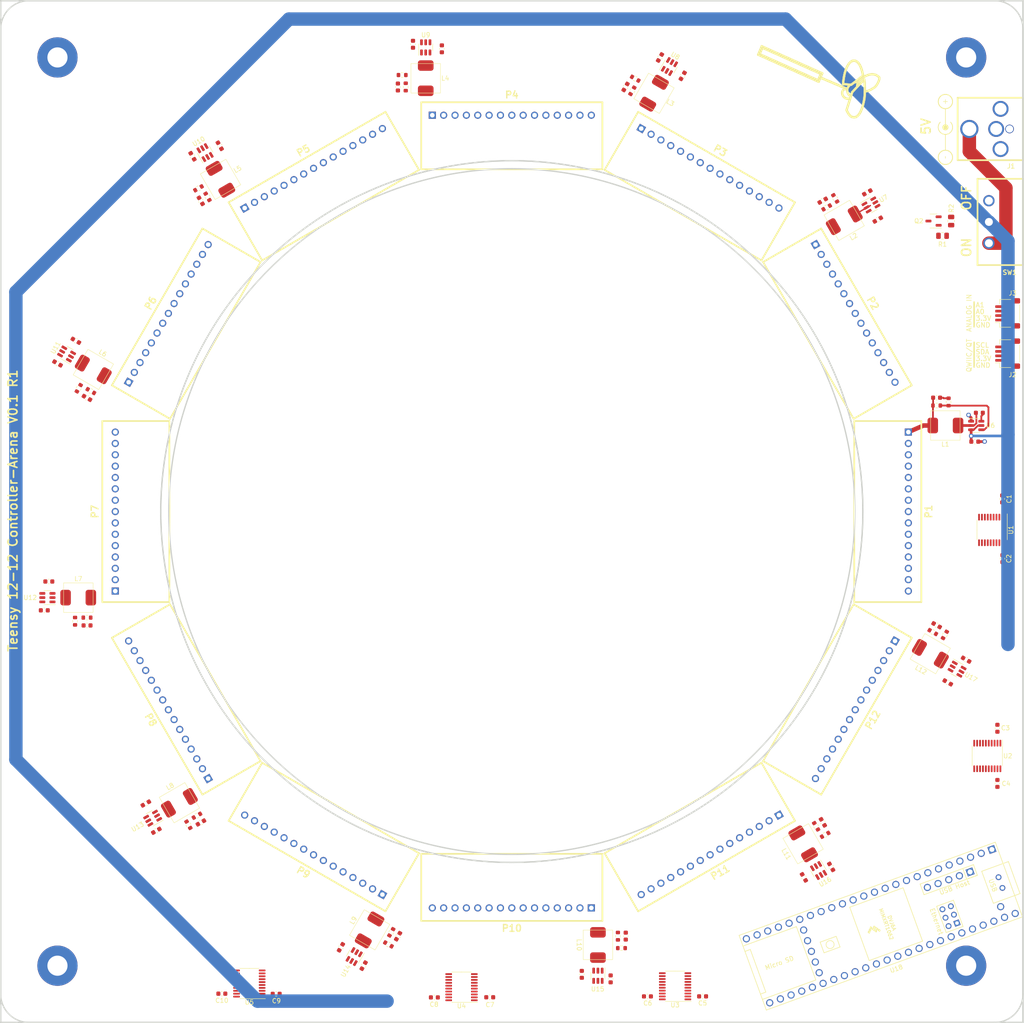
<source format=kicad_pcb>
(kicad_pcb (version 20221018) (generator pcbnew)
  (layers (0 "F.Cu" signal) (1 "In1.Cu" power) (2 "In2.Cu" power) (31 "B.Cu" signal) (34 "B.Paste" user) (35 "F.Paste" user) (36 "B.SilkS" user "B.Silkscreen") (37 "F.SilkS" user "F.Silkscreen") (38 "B.Mask" user) (39 "F.Mask" user) (44 "Edge.Cuts" user))
  (net 0 "")
  (net 1 "+3.3V")
  (net 2 "+5V")
  (net 3 "Net-(U6-VBST)")
  (net 4 "/Power & Voltage Regulators/SW_VCC")
  (net 5 "/Teensy/SDA")
  (net 8 "/Teensy/SCL")
  (net 9 "/Teensy/A0")
  (net 11 "/Teensy/A1")
  (net 12 "Net-(U6-SW)")
  (net 13 "/Level Shifters/PAN5V.SCK_1")
  (net 14 "/Level Shifters/PAN5V.SCK_0")
  (net 15 "/Level Shifters/PAN5V.MOSI_0")
  (net 16 "/Level Shifters/PAN5V.MISO_0")
  (net 17 "/Level Shifters/PAN5V.CS_00")
  (net 18 "/Level Shifters/PAN5V.CS_01")
  (net 19 "/Level Shifters/PAN5V.CS_02")
  (net 20 "/Level Shifters/PAN5V.CS_03")
  (net 21 "/Level Shifters/PAN5V.CS_04")
  (net 22 "/Level Shifters/PAN5V.EXT_INT")
  (net 23 "GND")
  (net 27 "/Level Shifters/PAN5V.CS_05")
  (net 28 "/Level Shifters/PAN5V.CS_06")
  (net 29 "/Level Shifters/PAN5V.CS_08")
  (net 30 "/Level Shifters/PAN5V.CS_09")
  (net 43 "Net-(Q2-G)")
  (net 44 "/Level Shifters/PAN5V.CS_10")
  (net 45 "/Level Shifters/PAN5V.CS_11")
  (net 46 "/Level Shifters/PAN5V.CS_12")
  (net 47 "/Level Shifters/PAN5V.CS_13")
  (net 48 "/Level Shifters/PAN5V.CS_14")
  (net 49 "/Level Shifters/PAN5V.CS_15")
  (net 50 "/Level Shifters/PAN5V.CS_16")
  (net 51 "/Level Shifters/PAN5V.CS_17")
  (net 52 "/Level Shifters/PAN5V.CS_18")
  (net 53 "/Level Shifters/PAN5V.CS_19")
  (net 54 "/Level Shifters/PAN5V.CS_20")
  (net 55 "/Level Shifters/PAN5V.CS_21")
  (net 56 "/Level Shifters/PAN5V.CS_22")
  (net 57 "/Level Shifters/PAN5V.CS_23")
  (net 58 "/Level Shifters/PAN5V.CS_24")
  (net 59 "/Level Shifters/PAN5V.CS_25")
  (net 60 "/Level Shifters/PAN5V.CS_26")
  (net 61 "/Level Shifters/PAN5V.CS_27")
  (net 62 "/Level Shifters/PAN5V.CS_28")
  (net 63 "/Level Shifters/PAN5V.CS_29")
  (net 64 "/Level Shifters/PAN5V.MOSI_1")
  (net 65 "/Level Shifters/PAN5V.MISO_1")
  (net 84 "/Level Shifters/PAN5V.RESET")
  (net 85 "/Level Shifters/PAN3V.RESET")
  (net 86 "/Level Shifters/PAN3V.SCK_0")
  (net 87 "/Level Shifters/PAN3V.MOSI_0")
  (net 88 "/Level Shifters/PAN3V.MISO_0")
  (net 90 "/Level Shifters/PAN3V.SCK_1")
  (net 91 "/Level Shifters/PAN3V.MOSI_1")
  (net 92 "/Level Shifters/PAN3V.MISO_1")
  (net 94 "/Level Shifters/PAN3V.CS_00")
  (net 95 "/Level Shifters/PAN3V.CS_01")
  (net 96 "/Level Shifters/PAN3V.CS_02")
  (net 97 "/Level Shifters/PAN3V.CS_03")
  (net 98 "/Level Shifters/PAN3V.CS_04")
  (net 99 "/Level Shifters/PAN3V.CS_05")
  (net 100 "/Level Shifters/PAN3V.CS_06")
  (net 101 "/Level Shifters/PAN3V.CS_07")
  (net 102 "/Level Shifters/PAN5V.CS_07")
  (net 103 "/Level Shifters/PAN3V.CS_08")
  (net 104 "/Level Shifters/PAN3V.CS_09")
  (net 105 "/Level Shifters/PAN3V.CS_10")
  (net 106 "/Level Shifters/PAN3V.CS_11")
  (net 107 "/Level Shifters/PAN3V.CS_12")
  (net 108 "/Level Shifters/PAN3V.CS_13")
  (net 109 "/Level Shifters/PAN3V.CS_14")
  (net 110 "/Level Shifters/PAN3V.CS_15")
  (net 111 "/Level Shifters/PAN3V.CS_16")
  (net 112 "/Level Shifters/PAN3V.CS_17")
  (net 113 "/Level Shifters/PAN3V.CS_18")
  (net 114 "/Level Shifters/PAN3V.CS_19")
  (net 115 "/Level Shifters/PAN3V.CS_20")
  (net 116 "/Level Shifters/PAN3V.CS_21")
  (net 117 "/Level Shifters/PAN3V.CS_22")
  (net 118 "/Level Shifters/PAN3V.CS_23")
  (net 119 "/Level Shifters/PAN3V.CS_24")
  (net 120 "/Level Shifters/PAN3V.CS_25")
  (net 121 "/Level Shifters/PAN3V.CS_26")
  (net 122 "/Level Shifters/PAN3V.CS_27")
  (net 123 "/Level Shifters/PAN3V.CS_28")
  (net 124 "/Level Shifters/PAN3V.CS_29")
  (net 126 "/Level Shifters/PAN3V.EXT_INT")
  (net 146 "/Panel Headers/RESET")
  (net 147 "VCC")
  (net 148 "/Panel Headers/POW.5V_HDR_1")
  (net 149 "Net-(U7-VBST)")
  (net 150 "Net-(U7-SW)")
  (net 151 "/Panel Headers/POW.5V_HDR_2")
  (net 152 "Net-(U8-VBST)")
  (net 153 "Net-(U8-SW)")
  (net 154 "/Panel Headers/POW.5V_HDR_3")
  (net 155 "Net-(U9-VBST)")
  (net 156 "Net-(U9-SW)")
  (net 157 "/Panel Headers/POW.5V_HDR_4")
  (net 158 "Net-(U10-VBST)")
  (net 159 "Net-(U10-SW)")
  (net 160 "/Panel Headers/POW.5V_HDR_5")
  (net 161 "Net-(U11-VBST)")
  (net 162 "Net-(U11-SW)")
  (net 163 "/Panel Headers/POW.5V_HDR_6")
  (net 164 "Net-(U12-VBST)")
  (net 165 "Net-(U12-SW)")
  (net 166 "/Panel Headers/POW.5V_HDR_7")
  (net 167 "Net-(U13-VBST)")
  (net 168 "Net-(U13-SW)")
  (net 169 "/Panel Headers/POW.5V_HDR_8")
  (net 170 "Net-(U14-VBST)")
  (net 171 "Net-(U14-SW)")
  (net 172 "/Panel Headers/POW.5V_HDR_9")
  (net 173 "Net-(U15-VBST)")
  (net 174 "Net-(U15-SW)")
  (net 175 "/Panel Headers/POW.5V_HDR_10")
  (net 176 "Net-(U16-VBST)")
  (net 177 "Net-(U16-SW)")
  (net 178 "/Panel Headers/POW.5V_HDR_11")
  (net 179 "Net-(U17-VBST)")
  (net 180 "Net-(U17-SW)")
  (net 181 "/Panel Headers/POW.5V_HDR_12")
  (net 182 "Net-(U6-VFB)")
  (net 183 "Net-(U7-VFB)")
  (net 184 "Net-(U8-VFB)")
  (net 185 "Net-(U9-VFB)")
  (net 186 "Net-(U10-VFB)")
  (net 187 "Net-(U11-VFB)")
  (net 188 "Net-(U12-VFB)")
  (net 189 "Net-(U13-VFB)")
  (net 190 "Net-(U14-VFB)")
  (net 191 "Net-(U15-VFB)")
  (net 192 "Net-(U16-VFB)")
  (net 193 "Net-(U17-VFB)")
  (footprint "arena_custom:CYA0650_3P3UH" (layer "F.Cu") (at 274.7336 158.5468 180)
    (fp_text reference "L1")
    (fp_text value "3.3uH" hide)
  )
  (footprint "Package_TO_SOT_SMD:SOT-23-6" (layer "F.Cu") (at 197.0532 281.6494 -90)
    (fp_text reference "U15")
    (fp_text value "TPS564201DDC" hide)
  )
  (footprint "Capacitor_SMD:C_0603_1608Metric" (layer "F.Cu") (at 286.385 226.28 90)
    (fp_text reference "C3")
    (fp_text value "0.1uF" hide)
  )
  (footprint "Capacitor_SMD:C_0603_1608Metric" (layer "F.Cu") (at 112.484619 95.963242 120)
    (fp_text reference "C23" hide)
    (fp_text value "10uF" hide)
  )
  (footprint "MountingHole:MountingHole_4.5mm_Pad" (layer "F.Cu") (at 76.2 76.2)
    (fp_text reference "H1" hide)
    (fp_text value "MountingHole_Pad" hide)
  )
  (footprint "arena_custom:HEADER_TOP" (layer "F.Cu") (at 177.799999 266.474028 180)
    (fp_text reference "P10")
    (fp_text value "CONN15" hide)
  )
  (footprint "Capacitor_SMD:C_0603_1608Metric" (layer "F.Cu") (at 208.124 286.268 180)
    (fp_text reference "C6")
    (fp_text value "0.1uF" hide)
  )
  (footprint "Capacitor_SMD:C_0603_1608Metric" (layer "F.Cu") (at 152.3238 82.815199 -90)
    (fp_text reference "C22" hide)
    (fp_text value "22uF" hide)
  )
  (footprint "Resistor_SMD:R_0603_1608Metric" (layer "F.Cu") (at 202.3232 275.4642)
    (fp_text reference "R22" hide)
    (fp_text value "10k" hide)
  )
  (footprint "arena_custom:HEADER_TOP" (layer "F.Cu") (at 254.593961 222.137014 -120)
    (fp_text reference "P12")
    (fp_text value "CONN15" hide)
  )
  (footprint "Resistor_SMD:R_0603_1608Metric" (layer "F.Cu") (at 153.2768 80.135799 180)
    (fp_text reference "R10" hide)
    (fp_text value "10k" hide)
  )
  (footprint "arena_custom:HEADER_TOP" (layer "F.Cu") (at 89.125971 177.8 90)
    (fp_text reference "P7")
    (fp_text value "CONN15" hide)
  )
  (footprint "Capacitor_SMD:C_0603_1608Metric" (layer "F.Cu") (at 210.935771 76.21116 -120)
    (fp_text reference "C18" hide)
    (fp_text value "100nF" hide)
  )
  (footprint "Capacitor_SMD:C_0603_1608Metric" (layer "F.Cu") (at 106.38937 98.30916 -60)
    (fp_text reference "C24" hide)
    (fp_text value "100nF" hide)
  )
  (footprint "Capacitor_SMD:C_0603_1608Metric" (layer "F.Cu") (at 73.253599 199.898)
    (fp_text reference "C30" hide)
    (fp_text value "100nF" hide)
  )
  (footprint "Package_TO_SOT_SMD:SOT-23-6" (layer "F.Cu") (at 258.109619 109.201539 30)
    (fp_text reference "U7")
    (fp_text value "TPS564201DDC" hide)
  )
  (footprint "Capacitor_SMD:C_0603_1608Metric" (layer "F.Cu") (at 82.815199 203.2762)
    (fp_text reference "C31" hide)
    (fp_text value "22uF" hide)
  )
  (footprint "arena_custom:slide_switch" (layer "F.Cu") (at 287.02 113.0027 90)
    (fp_text reference "SW1")
    (fp_text value "SW_SPDT" hide)
  )
  (footprint "Package_SO:TSSOP-20_4.4x6.5mm_P0.65mm" (layer "F.Cu") (at 214.3086 284.0016 180)
    (fp_text reference "U3")
    (fp_text value "TXB0108PW" hide)
  )
  (footprint "Capacitor_SMD:C_0603_1608Metric" (layer "F.Cu") (at 95.963242 243.11538 -150)
    (fp_text reference "C32" hide)
    (fp_text value "10uF" hide)
  )
  (footprint "Resistor_SMD:R_0603_1608Metric" (layer "F.Cu") (at 247.869814 250.118078 30)
    (fp_text reference "R24" hide)
    (fp_text value "10k" hide)
  )
  (footprint "Capacitor_SMD:C_0603_1608Metric" (layer "F.Cu") (at 160.4794 286.4912 180)
    (fp_text reference "C8")
    (fp_text value "0.1uF" hide)
  )
  (footprint "Package_SO:TSSOP-20_4.4x6.5mm_P0.65mm" (layer "F.Cu") (at 284.1252 232.4759 -90)
    (fp_text reference "U2")
    (fp_text value "TXB0108PW" hide)
  )
  (footprint "Resistor_SMD:R_0603_1608Metric" (layer "F.Cu") (at 109.756159 107.39181 120)
    (fp_text reference "R11" hide)
    (fp_text value "56.2k" hide)
  )
  (footprint "Resistor_SMD:R_0603_1608Metric" (layer "F.Cu") (at 107.39181 245.84384 -150)
    (fp_text reference "R17" hide)
    (fp_text value "56.2k" hide)
  )
  (footprint "Package_TO_SOT_SMD:SOT-23-6" (layer "F.Cu") (at 277.362819 213.05094 -30)
    (fp_text reference "U17")
    (fp_text value "TPS564201DDC" hide)
  )
  (footprint "arena_custom:HEADER_TOP" (layer "F.Cu") (at 133.462985 254.593961 150)
    (fp_text reference "P9")
    (fp_text value "CONN15" hide)
  )
  (footprint "arena_custom:HEADER_TOP" (layer "F.Cu") (at 222.137014 254.593961 -150)
    (fp_text reference "P11")
    (fp_text value "CONN15" hide)
  )
  (footprint "Capacitor_SMD:C_0603_1608Metric" (layer "F.Cu") (at 155.702 73.253599 -90)
    (fp_text reference "C21" hide)
    (fp_text value "100nF" hide)
  )
  (footprint "arena_custom:CYA0650_3P3UH" (layer "F.Cu") (at 112.659439 103.479639 -60)
    (fp_text reference "L5")
    (fp_text value "3.3uH" hide)
  )
  (footprint "Capacitor_SMD:C_0603_1608Metric" (layer "F.Cu") (at 125.1074 285.6992)
    (fp_text reference "C9")
    (fp_text value "0.1uF" hide)
  )
  (footprint "arena_custom:JST_SH_SM04B-SRSS-TB_1x04-1MP_P1.00mm_Horizontal" (layer "F.Cu") (at 288.6756 133.4516 90)
    (fp_text reference "J3")
    (fp_text value "Conn_01x04" hide)
  )
  (footprint "Resistor_SMD:R_0603_1608Metric" (layer "F.Cu") (at 105.481921 247.869814 -60)
    (fp_text reference "R18" hide)
    (fp_text value "10k" hide)
  )
  (footprint "Resistor_SMD:R_0603_1608Metric" (layer "F.Cu") (at 80.958721 150.205613 -120)
    (fp_text reference "R14" hide)
    (fp_text value "10k" hide)
  )
  (footprint "Capacitor_SMD:C_0603_1608Metric" (layer "F.Cu") (at 287.528 188.328 -90)
    (fp_text reference "C2")
    (fp_text value "0.1uF")
  )
  (footprint "Capacitor_SMD:C_0603_1608Metric" (layer "F.Cu") (at 98.30916 249.210629 30)
    (fp_text reference "C33" hide)
    (fp_text value "100nF" hide)
  )
  (footprint "Capacitor_SMD:C_0603_1608Metric" (layer "F.Cu") (at 220.459 286.258)
    (fp_text reference "C5")
    (fp_text value "0.1uF" hide)
  )
  (footprint "Resistor_SMD:R_0603_1608Metric" (layer "F.Cu") (at 271.931789 204.75336 -30)
    (fp_text reference "R25" hide)
    (fp_text value "56.2k" hide)
  )
  (footprint "Capacitor_SMD:C_0603_1608Metric" (layer "F.Cu") (at 74.269599 193.4464 180)
    (fp_text reference "C29" hide)
    (fp_text value "10uF" hide)
  )
  (footprint "Capacitor_SMD:C_0603_1608Metric" (layer "F.Cu") (at 112.9574 285.6592 180)
    (fp_text reference "C10")
    (fp_text value "0.1uF" hide)
  )
  (footprint "Resistor_SMD:R_0603_1608Metric" (layer "F.Cu") (at 275.4642 153.2768 90)
    (fp_text reference "R4" hide)
    (fp_text value "10k" hide)
  )
  (footprint "Resistor_SMD:R_0603_1608Metric" (layer "F.Cu") (at 248.208189 109.756159 30)
    (fp_text reference "R5" hide)
    (fp_text value "56.2k" hide)
  )
  (footprint "Resistor_SMD:R_0603_1608Metric" (layer "F.Cu") (at 250.118078 107.730185 120)
    (fp_text reference "R6" hide)
    (fp_text value "10k" hide)
  )
  (footprint "Capacitor_SMD:C_0603_1608Metric" (layer "F.Cu") (at 152.370635 272.79735 60)
    (fp_text reference "C37" hide)
    (fp_text value "22uF" hide)
  )
  (footprint "Capacitor_SMD:C_0603_1608Metric" (layer "F.Cu") (at 199.898 282.3464 90)
    (fp_text reference "C39" hide)
    (fp_text value "100nF" hide)
  )
  (footprint "Capacitor_SMD:C_0603_1608Metric" (layer "F.Cu") (at 259.636757 112.484619 30)
    (fp_text reference "C14" hide)
    (fp_text value "10uF" hide)
  )
  (footprint "Resistor_SMD:R_0603_1608Metric" (layer "F.Cu") (at 204.75336 83.66821 60)
    (fp_text reference "R7" hide)
    (fp_text value "56.2k" hide)
  )
  (footprint "MountingHole:MountingHole_4.5mm_Pad" (layer "F.Cu") (at 279.4 279.4)
    (fp_text reference "H3" hide)
    (fp_text value "MountingHole_Pad" hide)
  )
  (footprint "Package_SO:TSSOP-20_4.4x6.5mm_P0.65mm" (layer "F.Cu") (at 285.201 181.9095 -90)
    (fp_text reference "U1")
    (fp_text value "TXB0108PW")
  )
  (footprint "arena_custom:CYA0650_3P3UH" (layer "F.Cu") (at 242.94056 252.12036 120)
    (fp_text reference "L11")
    (fp_text value "3.3uH" hide)
  )
  (footprint "Package_TO_SOT_SMD:SOT-23-3" (layer "F.Cu") (at 272.1009 112.8014 180)
    (fp_text reference "Q2")
    (fp_text value "MOSFET_NCHAN" hide)
  )
  (footprint "MountingHole:MountingHole_4.5mm_Pad" (layer "F.Cu") (at 76.2 279.4)
    (fp_text reference "H4" hide)
    (fp_text value "MountingHole_Pad" hide)
  )
  (footprint "arena_custom:CYA0650_3P3UH" (layer "F.Cu") (at 197.0532 274.7336 90)
    (fp_text reference "L10")
    (fp_text value "3.3uH" hide)
  )
  (footprint "Capacitor_SMD:C_0603_1608Metric" (layer "F.Cu") (at 275.283157 216.01502 -30)
    (fp_text reference "C44" hide)
    (fp_text value "10uF" hide)
  )
  (footprint "Package_TO_SOT_SMD:SOT-23-6" (layer "F.Cu") (at 142.549059 277.362819 -120)
    (fp_text reference "U14")
    (fp_text value "TPS564201DDC" hide)
  )
  (footprint "Resistor_SMD:R_0603_1608Metric" (layer "F.Cu") (at 150.205613 274.641278 -30)
    (fp_text reference "R20" hide)
    (fp_text value "10k" hide)
  )
  (footprint "arena_custom:DCJACK_2PIN_HIGHCURRENT" (layer "F.Cu") (at 292.1 92.202 -90)
    (fp_text reference "J1")
    (fp_text value "Barrel_Jack" hide)
  )
  (footprint "Capacitor_SMD:C_0603_1608Metric" (layer "F.Cu") (at 80.316842 139.584979 150)
    (fp_text reference "C26" hide)
    (fp_text value "10uF" hide)
  )
  (footprint "Capacitor_SMD:C_0603_1608Metric" (layer "F.Cu") (at 272.79735 203.229364 150)
    (fp_text reference "C46" hide)
    (fp_text value "22uF" hide)
  )
  (footprint "Capacitor_SMD:C_0603_1608Metric" (layer "F.Cu") (at 281.3304 162.1536)
    (fp_text reference "C11" hide)
    (fp_text value "10uF" hide)
  )
  (footprint "arena_custom:HEADER_TOP" (layer "F.Cu") (at 133.462985 101.006038 30)
    (fp_text reference "P5")
    (fp_text value "CONN15" hide)
  )
  (footprint "Capacitor_SMD:C_0603_1608Metric" (layer "F.Cu") (at 257.290839 106.38937 -150)
    (fp_text reference "C15" hide)
    (fp_text value "100nF" hide)
  )
  (footprint "arena_custom:CYA0650_3P3UH" (layer "F.Cu") (at 80.866399 197.0532)
    (fp_text reference "L7")
    (fp_text value "3.3uH" hide)
  )
  (footprint "Package_SO:TSSOP-20_4.4x6.5mm_P0.65mm" (layer "F.Cu") (at 166.55 284.204 180)
    (fp_text reference "U4")
    (fp_text value "TXB0108PW" hide)
  )
  (footprint "Capacitor_SMD:C_0603_1608Metric" (layer "F.Cu") (at 76.21116 144.664228 -30)
    (fp_text reference "C27" hide)
    (fp_text value "100nF" hide)
  )
  (footprint "arena_custom:HEADER_TOP" (layer "F.Cu") (at 177.8 89.125971)
    (fp_text reference "P4")
    (fp_text value "CONN15" hide)
  )
  (footprint "Capacitor_SMD:C_0603_1608Metric" (layer "F.Cu") (at 247.355436 247.32115 120)
    (fp_text reference "C43" hide)
    (fp_text value "22uF" hide)
  )
  (footprint "Resistor_SMD:R_0805_2012Metric" (layer "F.Cu") (at 274.1149 116.1034)
    (fp_text reference "R1")
    (fp_text value "200" hide)
  )
  (footprint "Capacitor_SMD:C_0603_1608Metric" (layer "F.Cu") (at 139.584979 275.283157 -120)
    (fp_text reference "C35" hide)
    (fp_text value "10uF" hide)
  )
  (footprint "Resistor_SMD:R_0603_1608Metric" (layer "F.Cu") (at 150.846639 271.931789 -120)
    (fp_text reference "R19" hide)
    (fp_text value "56.2k" hide)
  )
  (footprint "Capacitor_SMD:C_0603_1608Metric" (layer "F.Cu") (at 82.802649 152.370635 -30)
    (fp_text reference "C28" hide)
    (fp_text value "22uF" hide)
  )
  (footprint "Capacitor_SMD:C_0603_1608Metric" (layer "F.Cu") (at 247.32115 108.244563 -150)
    (fp_text reference "C16" hide)
    (fp_text value "22uF" hide)
  )
  (footprint "Capacitor_SMD:C_0603_1608Metric" (layer "F.Cu") (at 108.244563 108.278849 -60)
    (fp_text reference "C25" hide)
    (fp_text value "22uF" hide)
  )
  (footprint "Capacitor_SMD:C_0603_1608Metric" (layer "F.Cu") (at 279.388839 210.935771 150)
    (fp_text reference "C45" hide)
    (fp_text value "100nF" hide)
  )
  (footprint "Capacitor_SMD:C_0603_1608Metric" (layer "F.Cu") (at 216.01502 80.316842 60)
    (fp_text reference "C17" hide)
    (fp_text value "10uF" hide)
  )
  (footprint "Capacitor_SMD:C_0603_1608Metric" (layer "F.Cu") (at 193.446399 281.3304 -90)
    (fp_text reference "C38" hide)
    (fp_text value "10uF" hide)
  )
  (footprint "teensy:Teensy41" (layer "F.Cu") (at 260.310378 270.545439 -160)
    (fp_text reference "U18")
    (fp_text value "Teensy4.1")
  )
  (footprint "arena_custom:HEADER_TOP" (layer "F.Cu") (at 266.474028 177.8 -90)
    (fp_text reference "P1")
    (fp_text value "CONN15" hide)
  )
  (footprint "Capacitor_SMD:C_0603_1608Metric" (layer "F.Cu") (at 162.1536 74.269599 90)
    (fp_text reference "C20" hide)
    (fp_text value "10uF" hide)
  )
  (footprint "Package_TO_SOT_SMD:SOT-23-6" (layer "F.Cu") (at 78.23718 142.549059 150)
    (fp_text reference "U11")
    (fp_text value "TPS564201DDC" hide)
  )
  (footprint "Capacitor_SMD:C_0603_1608Metric" (layer "F.Cu") (at 203.2762 272.7848 90)
    (fp_text reference "C40" hide)
    (fp_text value "22uF" hide)
  )
  (footprint "Resistor_SMD:R_0603_1608Metric" (layer "F.Cu") (at 82.802799 201.5236 180)
    (fp_text reference "R15" hide)
    (fp_text value "56.2k" hide)
  )
  (footprint "arena_custom:HEADER_TOP" (layer "F.Cu") (at 101.006038 133.462985 60)
    (fp_text reference "P6")
    (fp_text value "CONN15" hide)
  )
  (footprint "arena_custom:CYA0650_3P3UH" (layer "F.Cu") (at 146.006959 271.37356 60)
    (fp_text reference "L9")
    (fp_text value "3.3uH" hide)
  )
  (footprint "arena_custom:HEADER_TOP" (layer "F.Cu") (at 101.006038 222.137014 120)
    (fp_text reference "P8")
    (fp_text value "CONN15" hide)
  )
  (footprint "Capacitor_SMD:C_0603_1608Metric" (layer "F.Cu") (at 272.7848 152.3238 180)
    (fp_text reference "C13" hide)
    (fp_text value "22uF" hide)
  )
  (footprint "Package_TO_SOT_SMD:SOT-23-6" (layer "F.Cu") (at 97.49038 246.39846 -150)
    (fp_text reference "U13")
    (fp_text value "TPS564201DDC" hide)
  )
  (footprint "Capacitor_SMD:C_0603_1608Metric" (layer "F.Cu") (at 282.3464 155.702 180)
    (fp_text reference "C12" hide)
    (fp_text value "100nF" hide)
  )
  (footprint "Package_TO_SOT_SMD:SOT-23-6" (layer "F.Cu") (at 158.5468 73.950599 90)
    (fp_text reference "U9")
    (fp_text value "TPS564201DDC" hide)
  )
  (footprint "arena_custom:CYA0650_3P3UH" (layer "F.Cu") (at 209.59304 84.226439 -120)
    (fp_text reference "L3")
    (fp_text value "3.3uH" hide)
  )
  (footprint "MountingHole:MountingHole_4.5mm_Pad" (layer "F.Cu") (at 279.4 76.2)
    (fp_text reference "H2" hide)
    (fp_text value "MountingHole_Pad" hide)
  )
  (footprint "Capacitor_SMD:C_0603_1608Metric" (layer "F.Cu") (at 286.385 238.62 -90)
    (fp_text reference "C4")
    (fp_text value "0.1uF" hide)
  )
  (footprint "Package_TO_SOT_SMD:SOT-23-6" (layer "F.Cu") (at 246.39846 258.109619 -60)
    (fp_text reference "U16")
    (fp_text value "TPS564201DDC" hide)
  )
  (footprint "arena_custom:CYA0650_3P3UH" (layer "F.Cu") (at 84.226439 146.006959 -30)
    (fp_text reference "L6")
    (fp_text value "3.3uH" hide)
  )
  (footprint "Resistor_SMD:R_0603_1608Metric" (layer "F.Cu") (at 272.7972 154.0764)
    (fp_text reference "R3" hide)
    (fp_text value "56.2k" hide)
  )
  (footprint "Package_TO_SOT_SMD:SOT-23-6" (layer "F.Cu") (at 281.6494 158.5468)
    (fp_text reference "U6")
    (fp_text value "TPS564201DDC" hide)
  )
  (footprint "Capacitor_SMD:C_0603_1608Metric" (layer "F.Cu") (at 172.8594 286.4612)
    (fp_text reference "C7")
    (fp_text value "0.1uF")
  )
  (footprint "Resistor_SMD:R_0603_1608Metric" (layer "F.Cu") (at 245.84384 248.208189 -60)
    (fp_text reference "R23" hide)
    (fp_text value "56.2k" hide)
  )
  (footprint "Package_TO_SOT_SMD:SOT-23-6" (layer "F.Cu") (at 73.950599 197.0532 180)
    (fp_text reference "U12")
    (fp_text value "TPS564201DDC" hide)
  )
  (footprint "Resistor_SMD:R_0603_1608Metric" (layer "F.Cu") (at 205.394386 80.958721 150)
    (fp_text reference "R8" hide)
    (fp_text value "10k" hide)
  )
  (footprint "arena_custom:CYA0650_3P3UH" (layer "F.Cu") (at 252.12036 112.659439 -150)
    (fp_text reference "L2")
    (fp_text value "3.3uH" hide)
  )
  (footprint "Capacitor_SMD:C_0603_1608Metric" (layer "F.Cu") (at 108.278849 247.355436 30)
    (fp_text reference "C34" hide)
    (fp_text value "22uF" hide)
  )
  (footprint "Capacitor_SMD:C_0603_1608Metric" (layer "F.Cu") (at 243.11538 259.636757 -60)
    (fp_text reference "C41" hide)
    (fp_text value "10uF" hide)
  )
  (footprint "Resistor_SMD:R_0603_1608Metric" (layer "F.Cu") (at 274.641278 205.394386 60)
    (fp_text reference "R26" hide)
    (fp_text value "10k" hide)
  )
  (footprint "Capacitor_SMD:C_0603_1608Metric" (layer "F.Cu") (at 287.4772 174.9676 90)
    (fp_text reference "C1")
    (fp_text value "0.1uF")
  )
  (footprint "Resistor_SMD:R_0603_1608Metric" (layer "F.Cu") (at 80.135799 202.3232 -90)
    (fp_text reference "R16" hide)
    (fp_text value "10k" hide)
  )
  (footprint "arena_custom:CYA0650_3P3UH" (layer "F.Cu") (at 103.479639 242.94056 30)
    (fp_text reference "L8")
    (fp_text value "3.3uH" hide)
  )
  (footprint "Resistor_SMD:R_0603_1608Metric" (layer "F.Cu") (at 83.66821 150.846639 150)
    (fp_text reference "R13" hide)
    (fp_text value "56.2k" hide)
  )
  (footprint "Package_TO_SOT_SMD:SOT-23-6" (layer "F.Cu") (at 213.05094 78.23718 60)
    (fp_text reference "U8")
    (fp_text value "TPS564201DDC" hide)
  )
  (footprint "Resistor_SMD:R_0603_1608Metric" (layer "F.Cu") (at 154.0764 82.802799 90)
    (fp_text reference "R9" hide)
    (fp_text value "56.2k" hide)
  )
  (footprint "arena_custom:CYA0650_3P3UH" (layer "F.Cu") (at 271.37356 209.59304 150)
    (fp_text reference "L12")
    (fp_text value "3.3uH" hide)
  )
  (footprint "arena_custom:HEADER_TOP" (layer "F.Cu") (at 254.593961 133.462985 -60)
    (fp_text reference "P2")
    (fp_text value "CONN15" hide)
  )
  (footprint "arena_custom:CYA0650_3P3UH" (layer "F.Cu") (at 158.5468 80.866399 -90)
    (fp_text reference "L4")
    (fp_text value "3.3uH" hide)
  )
  (footprint "Capacitor_SMD:C_0603_1608Metric" (layer "F.Cu") (at 144.664228 279.388839 60)
    (fp_text reference "C36" hide)
    (fp_text value "100nF" hide)
  )
  (footprint "arena_custom:JST_SH_SM04B-SRSS-TB_1x04-1MP_P1.00mm_Horizontal" (layer "F.Cu") (at 288.6756 142.4626 90)
    (fp_text reference "J2")
    (fp_text value "Conn_01x04" hide)
  )
  (footprint "Capacitor_SMD:C_0603_1608Metric" (layer "F.Cu") (at 249.210629 257.290839 120)
    (fp_text reference "C42" hide)
    (fp_text value "100nF" hide)
  )
  (footprint "arena_custom:HEADER_TOP" (layer "F.Cu") (at 222.137014 101.006038 -30)
    (fp_text reference "P3")
    (fp_text value "CONN15" hide)
  )
  (footprint "Package_SO:TSSOP-20_4.4x6.5mm_P0.65mm" (layer "F.Cu") (at 119.1051 283.391 180)
    (fp_text reference "U5")
    (fp_text value "TXB0108PW" hide)
  )
  (footprint "Resistor_SMD:R_0805_2012Metric" (layer "F.Cu") (at 276.0434 112.8014 -90)
    (fp_text reference "R2")
    (fp_text value "20k" hide)
  )
  (footprint "Resistor_SMD:R_0603_1608Metric" (layer "F.Cu") (at 201.5236 272.7972 -90)
    (fp_text reference "R21" hide)
    (fp_text value "56.2k" hide)
  )
  (footprint "Resistor_SMD:R_0603_1608Metric" (layer "F.Cu") (at 107.730185 105.481921 -150)
    (fp_text reference "R12" hide)
    (fp_text value "10k" hide)
  )
  (footprint "Capacitor_SMD:C_0603_1608Metric" (layer "F.Cu") (at 203.229364 82.802649 -120)
    (fp_text reference "C19" hide)
    (fp_text value "22uF" hide)
  )
  (footprint "Package_TO_SOT_SMD:SOT-23-6" (layer "F.Cu") (at 109.201539 97.49038 120)
    (fp_text reference "U10")
    (fp_text value "TPS564201DDC" hide)
  )
  (gr_line (start 256.199044 87.297682) (end 256.271976 87.058327) (stroke (width 0.514144)) (layer "F.SilkS"))
  (gr_line (start 253.328128 89.085184) (end 253.428895 89.190784) (stroke (width 0.514144)) (layer "F.SilkS"))
  (gr_line (start 253.398643 85.370906) (end 253.047927 85.47159) (stroke (width 0.514144)) (layer "F.SilkS"))
  (gr_line (start 273.458677 92.763687) (end 273.412617 92.697601) (stroke (width 0.15487)) (layer "F.SilkS"))
  (gr_line (start 275.079658 84.502663) (end 275.156965 84.520506) (stroke (width 0.179621)) (layer "F.SilkS"))
  (gr_line (start 273.801544 84.787649) (end 273.864193 84.743099) (stroke (width 0.179621)) (layer "F.SilkS"))
  (gr_line (start 256.682667 84.850824) (end 256.710096 84.544275) (stroke (width 0.514144)) (layer "F.SilkS"))
  (gr_line (start 252.01772 82.16411) (end 251.877536 82.16992) (stroke (width 0.514144)) (layer "F.SilkS"))
  (gr_line (start 252.053344 83.360095) (end 252.337198 83.279574) (stroke (width 0.514144)) (layer "F.SilkS"))
  (gr_line (start 252.648282 87.995452) (end 252.864904 88.424901) (stroke (width 0.514144)) (layer "F.SilkS"))
  (gr_line (start 255.368341 88.978587) (end 255.474286 88.838667) (stroke (width 0.514144)) (layer "F.SilkS"))
  (gr_line (start 275.307038 100.056867) (end 275.232792 100.081989) (stroke (width 0.179621)) (layer "F.SilkS"))
  (gr_line (start 276.124191 97.727336) (end 276.162666 97.794252) (stroke (width 0.179621)) (layer "F.SilkS"))
  (gr_line (start 253.852396 89.497068) (end 253.962792 89.543132) (stroke (width 0.514144)) (layer "F.SilkS"))
  (gr_line (start 253.107055 88.828682) (end 253.329101 89.139146) (stroke (width 0.514144)) (layer "F.SilkS"))
  (gr_line (start 274.514275 87.647619) (end 274.435586 87.633567) (stroke (width 0.179621)) (layer "F.SilkS"))
  (gr_line (start 276.144971 92.629798) (end 276.102596 92.697601) (stroke (width 0.15487)) (layer "F.SilkS"))
  (gr_line (start 253.599513 89.404428) (end 253.881595 89.536188) (stroke (width 0.514144)) (layer "F.SilkS"))
  (gr_line (start 273.683213 99.738719) (end 273.627717 99.68581) (stroke (width 0.179621)) (layer "F.SilkS"))
  (gr_line (start 273.929041 99.922493) (end 273.864208 99.88093) (stroke (width 0.179621)) (layer "F.SilkS"))
  (gr_line (start 276.351319 92.042732) (end 276.338422 92.11912) (stroke (width 0.15487)) (layer "F.SilkS"))
  (gr_line (start 255.525857 82.231349) (end 253.909263 83.976567) (stroke (width 0.514144)) (layer "F.SilkS"))
  (gr_line (start 273.74118 97.322884) (end 273.801544 97.275447) (stroke (width 0.179621)) (layer "F.SilkS"))
  (gr_line (start 252.552095 78.774228) (end 252.838191 78.144863) (stroke (width 0.514144)) (layer "F.SilkS"))
  (gr_line (start 251.969289 84.954351) (end 251.774238 84.647473) (stroke (width 0.514144)) (layer "F.SilkS"))
  (gr_line (start 253.435013 77.325878) (end 253.641567 77.156405) (stroke (width 0.514144)) (layer "F.SilkS"))
  (gr_line (start 274.675394 87.663951) (end 274.594245 87.657781) (stroke (width 0.179621)) (layer "F.SilkS"))
  (gr_line (start 259.176866 80.098993) (end 259.525148 80.289985) (stroke (width 0.514144)) (layer "F.SilkS"))
  (gr_line (start 273.432595 99.449323) (end 273.391031 99.38449) (stroke (width 0.179621)) (layer "F.SilkS"))
  (gr_line (start 273.178102 85.824768) (end 273.192154 85.74608) (stroke (width 0.179621)) (layer "F.SilkS"))
  (gr_line (start 252.166875 85.147003) (end 251.969289 84.954351) (stroke (width 0.514144)) (layer "F.SilkS"))
  (gr_line (start 252.693095 88.053999) (end 252.775458 88.230525) (stroke (width 0.514144)) (layer "F.SilkS"))
  (gr_line (start 275.832018 87.250921) (end 275.774039 87.301144) (stroke (width 0.179621)) (layer "F.SilkS"))
  (gr_line (start 251.774238 84.647473) (end 251.684112 84.419114) (stroke (width 0.514144)) (layer "F.SilkS"))
  (gr_line (start 276.162666 85.306454) (end 276.197954 85.375353) (stroke (width 0.179621)) (layer "F.SilkS"))
  (gr_line (start 274.757623 87.666031) (end 274.675394 87.663951) (stroke (width 0.179621)) (layer "F.SilkS"))
  (gr_line (start 275.000969 84.488611) (end 275.079658 84.502663) (stroke (width 0.179621)) (layer "F.SilkS"))
  (gr_line (start 255.06343 89.325641) (end 255.481002 88.89717) (stroke (width 0.514144)) (layer "F.SilkS"))
  (gr_line (start 273.391023 85.239538) (end 273.432586 85.174706) (stroke (width 0.179621)) (layer "F.SilkS"))
  (gr_line (start 276.347273 98.392536) (end 276.353443 98.473685) (stroke (width 0.179621)) (layer "F.SilkS"))
  (gr_line (start 275.450382 97.115569) (end 275.51928 97.150857) (stroke (width 0.179621)) (layer "F.SilkS"))
  (gr_line (start 273.679039 93.007324) (end 273.618965 92.950211) (stroke (width 0.15487)) (layer "F.SilkS"))
  (gr_line (start 255.036411 82.539878) (end 255.042022 82.457412) (stroke (width 0.514144)) (layer "F.SilkS"))
  (gr_line (start 276.197954 86.760877) (end 276.162666 86.829776) (stroke (width 0.179621)) (layer "F.SilkS"))
  (gr_line (start 255.276137 77.430101) (end 255.346218 77.514994) (stroke (width 0.514144)) (layer "F.SilkS"))
  (gr_line (start 276.323059 85.74608) (end 276.337111 85.824768) (stroke (width 0.179621)) (layer "F.SilkS"))
  (gr_line (start 253.521335 77.222379) (end 253.965722 76.96148) (stroke (width 0.514144)) (layer "F.SilkS"))
  (gr_line (start 275.94042 97.481511) (end 275.990643 97.539491) (stroke (width 0.179621)) (layer "F.SilkS"))
  (gr_line (start 256.875322 83.833962) (end 256.742183 83.87768) (stroke (width 0.514144)) (layer "F.SilkS"))
  (gr_line (start 254.654616 76.988025) (end 254.738231 77.019672) (stroke (width 0.514144)) (layer "F.SilkS"))
  (gr_line (start 274.135626 84.595772) (end 274.208191 84.567161) (stroke (width 0.179621)) (layer "F.SilkS"))
  (gr_line (start 273.237589 92.344278) (end 273.213638 92.270036) (stroke (width 0.15487)) (layer "F.SilkS"))
  (gr_line (start 274.514268 96.976409) (end 274.594239 96.966247) (stroke (width 0.179621)) (layer "F.SilkS"))
  (gr_line (start 275.307038 87.569069) (end 275.232792 87.594191) (stroke (width 0.179621)) (layer "F.SilkS"))
  (gr_line (start 276.353443 98.638142) (end 276.347273 98.719291) (stroke (width 0.179621)) (layer "F.SilkS"))
  (gr_line (start 273.801558 99.836379) (end 273.741193 99.788942) (stroke (width 0.179621)) (layer "F.SilkS"))
  (gr_line (start 254.131302 89.588144) (end 254.188191 89.596579) (stroke (width 0.514144)) (layer "F.SilkS"))
  (gr_line (start 274.911957 93.414485) (end 274.834853 93.420012) (stroke (width 0.15487)) (layer "F.SilkS"))
  (gr_line (start 275.586196 87.434695) (end 275.51928 87.473171) (stroke (width 0.179621)) (layer "F.SilkS"))
  (gr_line (start 274.834853 93.420012) (end 274.757606 93.421855) (stroke (width 0.15487)) (layer "F.SilkS"))
  (gr_line (start 259.542541 82.121242) (end 259.303428 82.48594) (stroke (width 0.514144)) (layer "F.SilkS"))
  (gr_line (start 255.432428 81.506674) (end 255.645993 81.235336) (stroke (width 0.514144)) (layer "F.SilkS"))
  (gr_line (start 274.757623 91.163801) (end 274.757623 87.739042) (stroke (width 0.168772)) (layer "F.SilkS"))
  (gr_line (start 273.391031 99.38449) (end 273.352554 99.317574) (stroke (width 0.179621)) (layer "F.SilkS"))
  (gr_line (start 253.135036 82.646298) (end 253.29269 82.463024) (stroke (width 0.514144)) (layer "F.SilkS"))
  (gr_line (start 251.858224 83.534084) (end 252.053344 83.360095) (stroke (width 0.514144)) (layer "F.SilkS"))
  (gr_line (start 274.135639 100.028256) (end 274.064857 99.996257) (stroke (width 0.179621)) (layer "F.SilkS"))
  (gr_line (start 273.16177 85.985887) (end 273.16794 85.904738) (stroke (width 0.179621)) (layer "F.SilkS"))
  (gr_line (start 274.594245 87.657781) (end 274.514275 87.647619) (stroke (width 0.179621)) (layer "F.SilkS"))
  (gr_line (start 275.450382 87.508459) (end 275.379601 87.540458) (stroke (width 0.179621)) (layer "F.SilkS"))
  (gr_line (start 276.229953 99.177894) (end 276.197954 99.248675) (stroke (width 0.179621)) (layer "F.SilkS"))
  (gr_line (start 255.220933 77.362302) (end 255.627103 77.91908) (stroke (width 0.514144)) (layer "F.SilkS"))
  (gr_line (start 259.525148 80.289985) (end 259.78989 80.507871) (stroke (width 0.514144)) (layer "F.SilkS"))
  (gr_line (start 246.348282 81.480219) (end 233.048664 75.525588) (stroke (width 0.514144)) (layer "F.SilkS"))
  (gr_line (start 273.154682 91.657214) (end 273.163894 91.580397) (stroke (width 0.15487)) (layer "F.SilkS"))
  (gr_line (start 276.360531 91.965914) (end 276.351319 92.042732) (stroke (width 0.15487)) (layer "F.SilkS"))
  (gr_line (start 246.463759 81.532354) (end 247.222944 79.751814) (stroke (width 0.514144)) (layer "F.SilkS"))
  (gr_line (start 254.303207 76.931315) (end 254.393603 76.93489) (stroke (width 0.514144)) (layer "F.SilkS"))
  (gr_line (start 256.040481 87.747626) (end 256.121828 87.527581) (stroke (width 0.514144)) (layer "F.SilkS"))
  (gr_line (start 274.208191 97.054959) (end 274.282438 97.029837) (stroke (width 0.179621)) (layer "F.SilkS"))
  (gr_line (start 253.881595 89.536188) (end 254.324682 89.610855) (stroke (width 0.514144)) (layer "F.SilkS"))
  (gr_line (start 275.435657 93.272624) (end 275.363562 93.303944) (stroke (width 0.15487)) (layer "F.SilkS"))
  (gr_line (start 274.680359 93.420012) (end 274.603255 93.414485) (stroke (width 0.15487)) (layer "F.SilkS"))
  (gr_line (start 257.844701 80.028055) (end 258.211627 79.972669) (stroke (width 0.514144)) (layer "F.SilkS"))
  (gr_line (start 275.709728 93.110496) (end 275.643643 93.156555) (stroke (width 0.15487)) (layer "F.SilkS"))
  (gr_line (start 274.526438 93.405273) (end 274.450049 93.392377) (stroke (width 0.15487)) (layer "F.SilkS"))
  (gr_line (start 274.839851 87.663951) (end 274.757623 87.666031) (stroke (width 0.179621)) (layer "F.SilkS"))
  (gr_line (start 258.842153 80.017626) (end 259.176866 80.098993) (stroke (width 0.514144)) (layer "F.SilkS"))
  (gr_line (start 253.29269 82.463024) (end 253.412685 82.343878) (stroke (width 0.514144)) (layer "F.SilkS"))
  (gr_line (start 256.455241 80.603086) (end 256.647542 80.491892) (stroke (width 0.514144)) (layer "F.SilkS"))
  (gr_line (start 259.950052 81.16405) (end 259.836255 81.519547) (stroke (width 0.514144)) (layer "F.SilkS"))
  (gr_line (start 255.147913 89.218914) (end 255.259498 89.105469) (stroke (width 0.514144)) (layer "F.SilkS"))
  (gr_line (start 275.140979 93.375796) (end 275.065163 93.392377) (stroke (width 0.15487)) (layer "F.SilkS"))
  (gr_line (start 275.887512 84.938218) (end 275.94042 84.993713) (stroke (width 0.179621)) (layer "F.SilkS"))
  (gr_line (start 253.965362 76.988768) (end 254.076566 76.957025) (stroke (width 0.514144)) (layer "F.SilkS"))
  (gr_line (start 259.78989 80.507871) (end 259.966569 80.689146) (stroke (width 0.514144)) (layer "F.SilkS"))
  (gr_line (start 273.25665 85.518698) (end 273.285261 85.446135) (stroke (width 0.179621)) (layer "F.SilkS"))
  (gr_line (start 274.208204 100.056867) (end 274.135639 100.028256) (stroke (width 0.179621)) (layer "F.SilkS"))
  (gr_line (start 274.435586 100.121364) (end 274.358278 100.103522) (stroke (width 0.179621)) (layer "F.SilkS"))
  (gr_line (start 276.353443 85.985887) (end 276.355522 86.068115) (stroke (width 0.179621)) (layer "F.SilkS"))
  (gr_line (start 256.678724 81.644514) (end 256.650167 81.387806) (stroke (width 0.514144)) (layer "F.SilkS"))
  (gr_line (start 254.482303 76.945573) (end 254.569307 76.963305) (stroke (width 0.514144)) (layer "F.SilkS"))
  (gr_line (start 275.450382 84.627771) (end 275.51928 84.663059) (stroke (width 0.179621)) (layer "F.SilkS"))
  (gr_line (start 275.896248 92.950211) (end 275.836173 93.007324) (stroke (width 0.15487)) (layer "F.SilkS"))
  (gr_line (start 273.370242 90.993331) (end 273.412617 90.925528) (stroke (width 0.15487)) (layer "F.SilkS"))
  (gr_line (start 273.213638 91.353093) (end 273.237589 91.278851) (stroke (width 0.15487)) (layer "F.SilkS"))
  (gr_line (start 273.209998 98.955257) (end 273.192155 98.877949) (stroke (width 0.179621)) (layer "F.SilkS"))
  (gr_line (start 251.877536 82.16992) (end 251.922517 81.614249) (stroke (width 0.514144)) (layer "F.SilkS"))
  (gr_line (start 233.757241 73.863743) (end 247.056859 79.818372) (stroke (width 0.514144)) (layer "F.SilkS"))
  (gr_line (start 275.887512 97.426016) (end 275.94042 97.481511) (stroke (width 0.179621)) (layer "F.SilkS"))
  (gr_line (start 276.102596 92.697601) (end 276.056536 92.763687) (stroke (width 0.15487)) (layer "F.SilkS"))
  (gr_line (start 255.866011 88.156561) (end 255.955157 87.957419) (stroke (width 0.514144)) (layer "F.SilkS"))
  (gr_line (start 276.351319 91.580397) (end 276.360531 91.657214) (stroke (width 0.15487)) (layer "F.SilkS"))
  (gr_line (start 254.302959 89.603371) (end 254.429429 89.595126) (stroke (width 0.514144)) (layer "F.SilkS"))
  (gr_line (start 276.323059 98.877949) (end 276.305217 98.955257) (stroke (width 0.179621)) (layer "F.SilkS"))
  (gr_line (start 255.671304 78.034008) (end 255.731261 78.156298) (stroke (width 0.514144)) (layer "F.SilkS"))
  (gr_line (start 276.124191 85.239538) (end 276.162666 85.306454) (stroke (width 0.179621)) (layer "F.SilkS"))
  (gr_line (start 273.163894 91.580397) (end 273.176791 91.504009) (stroke (width 0.15487)) (layer "F.SilkS"))
  (gr_line (start 256.005789 78.856859) (end 256.103824 79.177541) (stroke (width 0.514144)) (layer "F.SilkS"))
  (gr_line (start 257.779754 83.532072) (end 257.434774 83.6898) (stroke (width 0.514144)) (layer "F.SilkS"))
  (gr_line (start 256.357616 80.272018) (end 255.706384 80.763982) (stroke (width 0.514144)) (layer "F.SilkS"))
  (gr_line (start 273.741193 87.301144) (end 273.683213 87.250921) (stroke (width 0.179621)) (layer "F.SilkS"))
  (gr_line (start 258.090858 83.404417) (end 257.779754 83.532072) (stroke (width 0.514144)) (layer "F.SilkS"))
  (gr_line (start 259.966569 80.689146) (end 259.993367 80.838851) (stroke (width 0.514144)) (layer "F.SilkS"))
  (gr_line (start 276.229953 97.933932) (end 276.258563 98.006496) (stroke (width 0.179621)) (layer "F.SilkS"))
  (gr_line (start 256.942987 80.339952) (end 257.168924 80.23152) (stroke (width 0.514144)) (layer "F.SilkS"))
  (gr_line (start 256.75071 82.712449) (end 256.739244 82.43984) (stroke (width 0.514144)) (layer "F.SilkS"))
  (gr_line (start 253.269248 84.659038) (end 253.123313 84.504252) (stroke (width 0.514144)) (layer "F.SilkS"))
  (gr_line (start 275.832018 99.738719) (end 275.774039 99.788942) (stroke (width 0.179621)) (layer "F.SilkS"))
  (gr_line (start 274.757623 100.153828) (end 274.675394 100.151749) (stroke (width 0.179621)) (layer "F.SilkS"))
  (gr_line (start 273.285261 97.933932) (end 273.31726 97.863151) (stroke (width 0.179621)) (layer "F.SilkS"))
  (gr_line (start 276.347273 85.904738) (end 276.353443 85.985887) (stroke (width 0.179621)) (layer "F.SilkS"))
  (gr_line (start 275.651027 84.743099) (end 275.713675 84.787649) (stroke (width 0.179621)) (layer "F.SilkS"))
  (gr_line (start 275.953362 90.732993) (end 276.006791 90.795216) (stroke (width 0.15487)) (layer "F.SilkS"))
  (gr_line (start 276.006791 92.827913) (end 275.953362 92.890135) (stroke (width 0.15487)) (layer "F.SilkS"))
  (gr_line (start 281.1756 139.9466) (end 281.1756 145.4466) (stroke (width 0.381)) (layer "F.SilkS"))
  (gr_line (start 252.56042 83.13397) (end 252.542989 83.175007) (stroke (width 0.514144)) (layer "F.SilkS"))
  (gr_line (start 273.163894 92.042732) (end 273.154682 91.965915) (stroke (width 0.15487)) (layer "F.SilkS"))
  (gr_line (start 276.258563 85.518698) (end 276.283685 85.592944) (stroke (width 0.179621)) (layer "F.SilkS"))
  (gr_line (start 273.256654 86.617532) (end 273.231531 86.543286) (stroke (width 0.179621)) (layer "F.SilkS"))
  (gr_line (start 276.144971 90.99333) (end 276.183661 91.062707) (stroke (width 0.15487)) (layer "F.SilkS"))
  (gr_line (start 253.672708 82.321579) (end 251.877536 82.169922) (stroke (width 0.514144)) (layer "F.SilkS"))
  (gr_line (start 256.650167 81.387806) (end 256.61758 81.135749) (stroke (width 0.514144)) (layer "F.SilkS"))
  (gr_line (start 274.151651 93.303944) (end 274.079555 93.272624) (stroke (width 0.15487)) (layer "F.SilkS"))
  (gr_line (start 275.713675 87.348581) (end 275.651027 87.393132) (stroke (width 0.179621)) (layer "F.SilkS"))
  (gr_line (start 273.352554 99.317574) (end 273.317265 99.248675) (stroke (width 0.179621)) (layer "F.SilkS"))
  (gr_line (start 273.6832 84.885309) (end 273.74118 84.835086) (stroke (width 0.179621)) (layer "F.SilkS"))
  (gr_line (start 252.264493 79.665606) (end 252.552095 78.774228) (stroke (width 0.514144)) (layer "F.SilkS"))
  (gr_line (start 273.561851 90.732993) (end 273.618965 90.672917) (stroke (width 0.15487)) (layer "F.SilkS"))
  (gr_line (start 273.561851 92.890135) (end 273.508421 92.827913) (stroke (width 0.15487)) (layer "F.SilkS"))
  (gr_line (start 273.192154 98.233878) (end 273.209996 98.156569) (stroke (width 0.179621)) (layer "F.SilkS"))
  (gr_line (start 275.379601 87.540458) (end 275.307038 87.569069) (stroke (width 0.179621)) (layer "F.SilkS"))
  (gr_line (start 273.524573 85.051693) (end 273.574796 84.993713) (stroke (width 0.179621)) (layer "F.SilkS"))
  (gr_line (start 273.352554 86.829776) (end 273.317265 86.760877) (stroke (width 0.179621)) (layer "F.SilkS"))
  (gr_line (start 273.801544 97.275447) (end 273.864193 97.230896) (stroke (width 0.179621)) (layer "F.SilkS"))
  (gr_line (start 276.283685 99.031084) (end 276.258563 99.10533) (stroke (width 0.179621)) (layer "F.SilkS"))
  (gr_line (start 252.813388 83.330316) (end 252.914922 82.982534) (stroke (width 0.514144)) (layer "F.SilkS"))
  (gr_line (start 274.135639 87.540458) (end 274.064857 87.508459) (stroke (width 0.179621)) (layer "F.SilkS"))
  (gr_line (start 275.832018 97.373107) (end 275.887512 97.426016) (stroke (width 0.179621)) (layer "F.SilkS"))
  (gr_line (start 273.331551 92.560422) (end 273.296546 92.489614) (stroke (width 0.15487)) (layer "F.SilkS"))
  (gr_line (start 276.038079 97.599855) (end 276.082629 97.662503) (stroke (width 0.179621)) (layer "F.SilkS"))
  (gr_line (start 273.627717 99.68581) (end 273.574807 99.630315) (stroke (width 0.179621)) (layer "F.SilkS"))
  (gr_line (start 255.042022 82.457412) (end 255.046822 82.39657) (stroke (width 0.514144)) (layer "F.SilkS"))
  (gr_line (start 251.877536 82.169922) (end 251.908122 81.714717) (stroke (width 0.514144)) (layer "F.SilkS"))
  (gr_line (start 273.508421 92.827913) (end 273.458677 92.763687) (stroke (width 0.15487)) (layer "F.SilkS"))
  (gr_line (start 274.514268 84.488611) (end 274.594239 84.478449) (stroke (width 0.179621)) (layer "F.SilkS"))
  (gr_line (start 276.038079 85.112057) (end 276.082629 85.174706) (stroke (width 0.179621)) (layer "F.SilkS"))
  (gr_line (start 275.774039 87.301144) (end 275.713675 87.348581) (stroke (width 0.179621)) (layer "F.SilkS"))
  (gr_line (start 256.76 83.267298) (end 256.757661 82.988359) (stroke (width 0.514144)) (layer "F.SilkS"))
  (gr_line (start 273.741193 99.788942) (end 273.683213 99.738719) (stroke (width 0.179621)) (layer "F.SilkS"))
  (gr_line (start 233.048664 75.525588) (end 233.757241 73.863743) (stroke (width 0.514144)) (layer "F.SilkS"))
  (gr_line (start 273.31726 97.863151) (end 273.352548 97.794252) (stroke (width 0.179621)) (layer "F.SilkS"))
  (gr_line (start 275.774039 97.322884) (end 275.832018 97.373107) (stroke (width 0.179621)) (layer "F.SilkS"))
  (gr_line (start 255.259498 89.105469) (end 255.368341 88.978587) (stroke (width 0.514144)) (layer "F.SilkS"))
  (gr_line (start 275.307038 84.567161) (end 275.379601 84.595772) (stroke (width 0.179621)) (layer "F.SilkS"))
  (gr_line (start 276.321841 91.428193) (end 276.338422 91.504008) (stroke (width 0.15487)) (layer "F.SilkS"))
  (gr_line (start 253.428895 89.190784) (end 253.531823 89.285068) (stroke (width 0.514144)) (layer "F.SilkS"))
  (gr_line (start 276.337111 85.824768) (end 276.347273 85.904738) (stroke (width 0.179621)) (layer "F.SilkS"))
  (gr_line (start 252.164419 80.079481) (end 252.277697 79.618968) (stroke (width 0.514144)) (layer "F.SilkS"))
  (gr_line (start 254.820151 77.058187) (end 254.900378 77.103508) (stroke (width 0.514144)) (layer "F.SilkS"))
  (gr_line (start 256.463519 86.287504) (end 256.517769 86.014304) (stroke (width 0.514144)) (layer "F.SilkS"))
  (gr_poly (pts (xy 274.691671 85.999718) (xy 274.691671 85.55059) (xy 274.82351 85.55059) (xy 274.82351 85.999718) (xy 275.272643 85.999718) (xy 275.272643 86.136516) (xy 274.82351 86.136516) (xy 274.82351 86.585642) (xy 274.691671 86.585642) (xy 274.691671 86.136516) (xy 274.242538 86.136516) (xy 274.242538 85.999718)) (fill solid) (layer "F.SilkS"))
  (gr_line (start 273.574807 99.630315) (end 273.524583 99.572336) (stroke (width 0.179621)) (layer "F.SilkS"))
  (gr_line (start 274.358278 100.103522) (end 274.28245 100.081989) (stroke (width 0.179621)) (layer "F.SilkS"))
  (gr_line (start 276.353443 98.473685) (end 276.355522 98.555913) (stroke (width 0.179621)) (layer "F.SilkS"))
  (gr_line (start 259.023559 82.799008) (end 258.722802 83.026055) (stroke (width 0.514144)) (layer "F.SilkS"))
  (gr_line (start 275.000969 96.976409) (end 275.079658 96.990462) (stroke (width 0.179621)) (layer "F.SilkS"))
  (gr_line (start 276.038079 99.511971) (end 275.990643 99.572336) (stroke (width 0.179621)) (layer "F.SilkS"))
  (gr_line (start 275.896248 90.672917) (end 275.953362 90.732993) (stroke (width 0.15487)) (layer "F.SilkS"))
  (gr_line (start 275.156965 100.103522) (end 275.079658 100.121364) (stroke (width 0.179621)) (layer "F.SilkS"))
  (gr_line (start 274.594239 84.478449) (end 274.675391 84.472279) (stroke (width 0.179621)) (layer "F.SilkS"))
  (gr_line (start 255.789534 78.284609) (end 255.846123 78.418881) (stroke (width 0.514144)) (layer "F.SilkS"))
  (gr_line (start 276.283685 85.592944) (end 276.305217 85.668771) (stroke (width 0.179621)) (layer "F.SilkS"))
  (gr_line (start 253.133544 88.841221) (end 253.229639 88.968564) (stroke (width 0.514144)) (layer "F.SilkS"))
  (gr_line (start 274.757623 96.89627) (end 274.757623 93.471512) (stroke (width 0.168772)) (layer "F.SilkS"))
  (gr_line (start 275.94042 87.142517) (end 275.887512 87.198012) (stroke (width 0.179621)) (layer "F.SilkS"))
  (gr_line (start 273.231528 85.592944) (end 273.25665 85.518698) (stroke (width 0.179621)) (layer "F.SilkS"))
  (gr_line (start 254.873437 77.076596) (end 255.220933 77.362302) (stroke (width 0.514144)) (layer "F.SilkS"))
  (gr_line (start 275.000969 87.647619) (end 274.921 87.657781) (stroke (width 0.179621)) (layer "F.SilkS"))
  (gr_line (start 273.16794 98.719291) (end 273.16177 98.638142) (stroke (width 0.179621)) (layer "F.SilkS"))
  (gr_line (start 273.231528 98.080742) (end 273.25665 98.006496) (stroke (width 0.179621)) (layer "F.SilkS"))
  (gr_line (start 276.218667 91.133515) (end 276.249987 91.20561) (stroke (width 0.15487)) (layer "F.SilkS"))
  (gr_line (start 256.703154 81.905602) (end 256.678724 81.644514) (stroke (width 0.514144)) (layer "F.SilkS"))
  (gr_line (start 252.277697 79.618968) (end 252.405794 79.18749) (stroke (width 0.514144)) (layer "F.SilkS"))
  (gr_line (start 255.046822 82.39657) (end 255.049075 82.373567) (stroke (width 0.514144)) (layer "F.SilkS"))
  (gr_line (start 273.995957 99.960969) (end 273.929041 99.922493) (stroke (width 0.179621)) (layer "F.SilkS"))
  (gr_line (start 252.914922 82.982534) (end 253.135036 82.646298) (stroke (width 0.514144)) (layer "F.SilkS"))
  (gr_line (start 274.358267 97.008304) (end 274.435577 96.990462) (stroke (width 0.179621)) (layer "F.SilkS"))
  (gr_line (start 274.064843 97.115569) (end 274.135626 97.08357) (stroke (width 0.179621)) (layer "F.SilkS"))
  (gr_line (start 273.15969 86.068115) (end 273.16177 85.985887) (stroke (width 0.179621)) (layer "F.SilkS"))
  (gr_line (start 274.514275 100.135417) (end 274.435586 100.121364) (stroke (width 0.179621)) (layer "F.SilkS"))
  (gr_line (start 273.524573 97.539491) (end 273.574796 97.481511) (stroke (width 0.179621)) (layer "F.SilkS"))
  (gr_line (start 254.393603 76.93489) (end 254.482303 76.945573) (stroke (width 0.514144)) (layer "F.SilkS"))
  (gr_line (start 274.675391 96.960077) (end 274.757623 96.957998) (stroke (width 0.179621)) (layer "F.SilkS"))
  (gr_line (start 276.197954 97.863151) (end 276.229953 97.933932) (stroke (width 0.179621)) (layer "F.SilkS"))
  (gr_line (start 273.805485 93.110496) (end 273.74126 93.060753) (stroke (width 0.15487)) (layer "F.SilkS"))
  (gr_line (start 246.413145 81.651057) (end 246.463759 81.532354) (stroke (width 0.514144)) (layer "F.SilkS"))
  (gr_line (start 276.301574 92.270036) (end 276.277623 92.344278) (stroke (width 0.15487)) (layer "F.SilkS"))
  (gr_line (start 275.713675 97.275447) (end 275.774039 97.322884) (stroke (width 0.179621)) (layer "F.SilkS"))
  (gr_line (start 273.352548 97.794252) (end 273.391023 97.727336) (stroke (width 0.179621)) (layer "F.SilkS"))
  (gr_line (start 275.651027 97.230896) (end 275.713675 97.275447) (stroke (width 0.179621)) (layer "F.SilkS"))
  (gr_line (start 252.066861 80.566931) (end 252.164419 80.079481) (stroke (width 0.514144)) (layer "F.SilkS"))
  (gr_line (start 273.524583 87.084537) (end 273.477146 87.024173) (stroke (width 0.179621)) (layer "F.SilkS"))
  (gr_line (start 254.429429 89.595126) (end 254.554235 89.57066) (stroke (width 0.514144)) (layer "F.SilkS"))
  (gr_line (start 275.887512 99.68581) (end 275.832018 99.738719) (stroke (width 0.179621)) (layer "F.SilkS"))
  (gr_line (start 257.434774 83.6898) (end 257.147111 83.738716) (stroke (width 0.514144)) (layer "F.SilkS"))
  (gr_line (start 273.192154 85.74608) (end 273.209996 85.668771) (stroke (width 0.179621)) (layer "F.SilkS"))
  (gr_line (start 256.566963 85.733638) (end 256.610946 85.445904) (stroke (width 0.514144)) (layer "F.SilkS"))
  (gr_line (start 275.51928 97.150857) (end 275.586196 97.189333) (stroke (width 0.179621)) (layer "F.SilkS"))
  (gr_line (start 251.985926 81.07922) (end 252.066861 80.566931) (stroke (width 0.514144)) (layer "F.SilkS"))
  (gr_line (start 256.588437 81.13962) (end 253.909288 83.976566) (stroke (width 0.514144)) (layer "F.SilkS"))
  (gr_line (start 276.006791 90.795216) (end 276.056536 90.859442) (stroke (width 0.15487)) (layer "F.SilkS"))
  (gr_line (start 255.864154 78.448817) (end 256.087136 79.124247) (stroke (width 0.514144)) (layer "F.SilkS"))
  (gr_line (start 255.773197 88.344655) (end 255.866011 88.156561) (stroke (width 0.514144)) (layer "F.SilkS"))
  (gr_line (start 252.862258 84.007779) (end 252.804643 83.656706) (stroke (width 0.514144)) (layer "F.SilkS"))
  (gr_line (start 246.942174 80.746439) (end 252.56042 83.13397) (stroke (width 0.514144)) (layer "F.SilkS"))
  (gr_line (start 256.610946 85.445904) (end 256.649566 85.1515) (stroke (width 0.514144)) (layer "F.SilkS"))
  (gr_line (start 276.337111 98.79926) (end 276.323059 98.877949) (stroke (width 0.179621)) (layer "F.SilkS"))
  (gr_line (start 253.747749 77.08872) (end 253.855718 77.032754) (stroke (width 0.514144)) (layer "F.SilkS"))
  (gr_poly (pts (xy 274.832166 98.298797) (xy 274.832166 98.813028) (xy 274.683015 98.813028) (xy 274.683015 98.298797)) (fill solid) (layer "F.SilkS"))
  (gr_line (start 256.731697 84.232249) (end 256.747318 83.915146) (stroke (width 0.514144)) (layer "F.SilkS"))
  (gr_line (start 276.162666 97.794252) (end 276.197954 97.863151) (stroke (width 0.179621)) (layer "F.SilkS"))
  (gr_line (start 273.477146 87.024173) (end 273.432595 86.961524) (stroke (width 0.179621)) (layer "F.SilkS"))
  (gr_line (start 258.722802 83.026055) (end 258.371227 83.2262) (stroke (width 0.514144)) (layer "F.SilkS"))
  (gr_line (start 253.909263 83.976567) (end 252.648282 87.995452) (stroke (width 0.514144)) (layer "F.SilkS"))
  (gr_line (start 257.168924 80.23152) (end 257.485784 80.119245) (stroke (width 0.514144)) (layer "F.SilkS"))
  (gr_line (start 256.279733 79.885603) (end 256.357618 80.272016) (stroke (width 0.514144)) (layer "F.SilkS"))
  (gr_line (start 275.887512 87.198012) (end 275.832018 87.250921) (stroke (width 0.179621)) (layer "F.SilkS"))
  (gr_line (start 253.229639 88.968564) (end 253.328128 89.085184) (stroke (width 0.514144)) (layer "F.SilkS"))
  (gr_line (start 274.064857 87.508459) (end 273.995957 87.473171) (stroke (width 0.179621)) (layer "F.SilkS"))
  (gr_line (start 274.358267 84.520506) (end 274.435577 84.502663) (stroke (width 0.179621)) (layer "F.SilkS"))
  (gr_line (start 275.990643 85.051693) (end 276.038079 85.112057) (stroke (width 0.179621)) (layer "F.SilkS"))
  (gr_line (start 275.379601 100.028256) (end 275.307038 100.056867) (stroke (width 0.179621)) (layer "F.SilkS"))
  (gr_line (start 252.68782 85.409914) (end 252.402307 85.308503) (stroke (width 0.514144)) (layer "F.SilkS"))
  (gr_line (start 273.524583 99.572336) (end 273.477146 99.511971) (stroke (width 0.179621)) (layer "F.SilkS"))
  (gr_line (start 254.420562 76.894705) (end 254.873437 77.076596) (stroke (width 0.514144)) (layer "F.SilkS"))
  (gr_line (start 273.939372 93.198929) (end 273.87157 93.156555) (stroke (width 0.15487)) (layer "F.SilkS"))
  (gr_line (start 274.988775 93.405273) (end 274.911957 93.414485) (stroke (width 0.15487)) (layer "F.SilkS"))
  (gr_line (start 255.073137 82.733063) (end 255.036411 82.539878) (stroke (width 0.514144)) (layer "F.SilkS"))
  (gr_line (start 274.064843 84.627771) (end 274.135626 84.595772) (stroke (width 0.179621)) (layer "F.SilkS"))
  (gr_line (start 247.222944 79.751814) (end 233.689051 73.692292) (stroke (width 0.514144)) (layer "F.SilkS"))
  (gr_line (start 251.709684 83.828453) (end 251.858224 83.534084) (stroke (width 0.514144)) (layer "F.SilkS"))
  (gr_line (start 273.412617 92.697601) (end 273.370242 92.629798) (stroke (width 0.15487)) (layer "F.SilkS"))
  (gr_line (start 274.224891 93.331579) (end 274.151651 93.303944) (stroke (width 0.15487)) (layer "F.SilkS"))
  (gr_line (start 254.074763 89.576401) (end 254.131302 89.588144) (stroke (width 0.514144)) (layer "F.SilkS"))
  (gr_line (start 273.209998 86.467459) (end 273.192155 86.390151) (stroke (width 0.179621)) (layer "F.SilkS"))
  (gr_line (start 273.176791 92.11912) (end 273.163894 92.042732) (stroke (width 0.15487)) (layer "F.SilkS"))
  (gr_line (start 276.305217 98.156569) (end 276.323059 98.233878) (stroke (width 0.179621)) (layer "F.SilkS"))
  (gr_line (start 273.154682 91.965915) (end 273.149155 91.888811) (stroke (width 0.15487)) (layer "F.SilkS"))
  (gr_line (start 255.474286 88.838667) (end 255.57718 88.686106) (stroke (width 0.514144)) (layer "F.SilkS"))
  (gr_line (start 273.864208 87.393132) (end 273.801558 87.348581) (stroke (width 0.179621)) (layer "F.SilkS"))
  (gr_line (start 254.900378 77.103508) (end 254.978913 77.155575) (stroke (width 0.514144)) (layer "F.SilkS"))
  (gr_line (start 275.065163 93.392377) (end 274.988775 93.405273) (stroke (width 0.15487)) (layer "F.SilkS"))
  (gr_line (start 246.924743 80.787476) (end 246.942174 80.746439) (stroke (width 0.514144)) (layer "F.SilkS"))
  (gr_line (start 252.56043 83.13397) (end 251.578214 82.728334) (stroke (width 0.514144)) (layer "F.SilkS"))
  (gr_line (start 273.192155 98.877949) (end 273.178102 98.79926) (stroke (width 0.179621)) (layer "F.SilkS"))
  (gr_line (start 276.355522 86.068115) (end 276.353443 86.150343) (stroke (width 0.179621)) (layer "F.SilkS"))
  (gr_line (start 259.836255 81.519547) (end 259.696227 81.826924) (stroke (width 0.514144)) (layer "F.SilkS"))
  (gr_line (start 273.178102 98.79926) (end 273.16794 98.719291) (stroke (width 0.179621)) (layer "F.SilkS"))
  (gr_line (start 273.391031 86.896692) (end 273.352554 86.829776) (stroke (width 0.179621)) (layer "F.SilkS"))
  (gr_line (start 274.675394 100.151749) (end 274.594245 100.145579) (stroke (width 0.179621)) (layer "F.SilkS"))
  (gr_line (start 254.324682 89.610855) (end 254.665025 89.571112) (stroke (width 0.514144)) (layer "F.SilkS"))
  (gr_line (start 252.949007 88.555546) (end 253.039961 88.70345) (stroke (width 0.514144)) (layer "F.SilkS"))
  (gr_line (start 273.352548 85.306454) (end 273.391023 85.239538) (stroke (width 0.179621)) (layer "F.SilkS"))
  (gr_line (start 258.371227 83.2262) (end 258.090858 83.404417) (stroke (width 0.514144)) (layer "F.SilkS"))
  (gr_line (start 253.188466 77.597686) (end 253.521335 77.222379) (stroke (width 0.514144)) (layer "F.SilkS"))
  (gr_line (start 252.775458 88.230525) (end 252.860801 88.397806) (stroke (width 0.514144)) (layer "F.SilkS"))
  (gr_line (start 273.432595 86.961524) (end 273.391031 86.896692) (stroke (width 0.179621)) (layer "F.SilkS"))
  (gr_line (start 252.673597 83.279574) (end 252.673597 83.254005) (stroke (width 0.514144)) (layer "F.SilkS"))
  (gr_line (start 255.706384 80.763982) (end 254.954221 81.363387) (stroke (width 0.514144)) (layer "F.SilkS"))
  (gr_line (start 255.790885 88.395804) (end 256.248971 87.209539) (stroke (width 0.514144)) (layer "F.SilkS"))
  (gr_line (start 276.305217 98.955257) (end 276.283685 99.031084) (stroke (width 0.179621)) (layer "F.SilkS"))
  (gr_line (start 273.87157 93.156555) (end 273.805485 93.110496) (stroke (width 0.15487)) (layer "F.SilkS"))
  (gr_line (start 276.162666 86.829776) (end 276.124191 86.896692) (stroke (width 0.179621)) (layer "F.SilkS"))
  (gr_line (start 276.082629 99.449323) (end 276.038079 99.511971) (stroke (width 0.179621)) (layer "F.SilkS"))
  (gr_line (start 273.929026 84.701535) (end 273.995943 84.663059) (stroke (width 0.179621)) (layer "F.SilkS"))
  (gr_line (start 276.337111 98.312566) (end 276.347273 98.392536) (stroke (width 0.179621)) (layer "F.SilkS"))
  (gr_line (start 274.757623 96.957998) (end 274.839851 96.960077) (stroke (width 0.179621)) (layer "F.SilkS"))
  (gr_line (start 251.922517 81.614249) (end 251.985926 81.07922) (stroke (width 0.514144)) (layer "F.SilkS"))
  (gr_line (start 253.329101 89.139146) (end 253.599513 89.404428) (stroke (width 0.514144)) (layer "F.SilkS"))
  (gr_line (start 253.636966 84.854792) (end 253.457742 84.793319) (stroke (width 0.514144)) (layer "F.SilkS"))
  (gr_line (start 255.481314 77.703871) (end 255.546331 77.807734) (stroke (width 0.514144)) (layer "F.SilkS"))
  (gr_line (start 256.430595 80.273243) (end 253.672708 82.321578) (stroke (width 0.514144)) (layer "F.SilkS"))
  (gr_line (start 274.079555 93.272624) (end 274.008748 93.237619) (stroke (width 0.15487)) (layer "F.SilkS"))
  (gr_line (start 255.955157 87.957419) (end 256.040481 87.747626) (stroke (width 0.514144)) (layer "F.SilkS"))
  (gr_line (start 276.277623 91.278851) (end 276.301574 91.353092) (stroke (width 0.15487)) (layer "F.SilkS"))
  (gr_line (start 274.450049 93.392377) (end 274.374233 93.375796) (stroke (width 0.15487)) (layer "F.SilkS"))
  (gr_line (start 275.94042 99.630315) (end 275.887512 99.68581) (stroke (width 0.179621)) (layer "F.SilkS"))
  (gr_line (start 274.921 87.657781) (end 274.839851 87.663951) (stroke (width 0.179621)) (layer "F.SilkS"))
  (gr_line (start 254.738231 77.019672) (end 254.820151 77.058187) (stroke (width 0.514144)) (layer "F.SilkS"))
  (gr_line (start 275.651027 99.88093) (end 275.586196 99.922493) (stroke (width 0.179621)) (layer "F.SilkS"))
  (gr_line (start 274.282438 84.542039) (end 274.358267 84.520506) (stroke (width 0.179621)) (layer "F.SilkS"))
  (gr_line (start 254.665025 89.571112) (end 255.06343 89.325641) (stroke (width 0.514144)) (layer "F.SilkS"))
  (gr_line (start 254.189219 76.937786) (end 254.303207 76.931315) (stroke (width 0.514144)) (layer "F.SilkS"))
  (gr_line (start 254.954221 81.363387) (end 253.672708 82.321579) (stroke (width 0.514144)) (layer "F.SilkS"))
  (gr_line (start 273.265225 92.417518) (end 273.237589 92.344278) (stroke (width 0.15487)) (layer "F.SilkS"))
  (gr_line (start 246.889631 79.885306) (end 246.282282 81.309738) (stroke (width 0.514144)) (layer "F.SilkS"))
  (gr_line (start 274.757623 84.470199) (end 274.839851 84.472279) (stroke (width 0.179621)) (layer "F.SilkS"))
  (gr_line (start 273.192155 86.390151) (end 273.178102 86.311462) (stroke (width 0.179621)) (layer "F.SilkS"))
  (gr_line (start 275.307038 97.054959) (end 275.379601 97.08357) (stroke (width 0.179621)) (layer "F.SilkS"))
  (gr_line (start 276.366058 91.888811) (end 276.360531 91.965914) (stroke (width 0.15487)) (layer "F.SilkS"))
  (gr_line (start 252.869967 78.088253) (end 253.048311 77.793901) (stroke (width 0.514144)) (layer "F.SilkS"))
  (gr_line (start 254.657018 81.746046) (end 255.004495 81.752769) (stroke (width 0.514144)) (layer "F.SilkS"))
  (gr_line (start 255.41461 77.606271) (end 255.481314 77.703871) (stroke (width 0.514144)) (layer "F.SilkS"))
  (gr_line (start 273.458677 90.859442) (end 273.508421 90.795216) (stroke (width 0.15487)) (layer "F.SilkS"))
  (gr_line (start 256.195137 79.520617) (end 256.279733 79.885603) (stroke (width 0.514144)) (layer "F.SilkS"))
  (gr_line (start 273.285265 99.177894) (end 273.256654 99.10533) (stroke (width 0.179621)) (layer "F.SilkS"))
  (gr_line (start 274.435577 84.502663) (end 274.514268 84.488611) (stroke (width 0.179621)) (layer "F.SilkS"))
  (gr_line (start 275.990643 99.572336) (end 275.94042 99.630315) (stroke (width 0.179621)) (layer "F.SilkS"))
  (gr_line (start 276.124191 99.38449) (end 276.082629 99.449323) (stroke (width 0.179621)) (layer "F.SilkS"))
  (gr_line (start 273.627717 87.198012) (end 273.574807 87.142517) (stroke (width 0.179621)) (layer "F.SilkS"))
  (gr_line (start 276.229953 85.446135) (end 276.258563 85.518698) (stroke (width 0.179621)) (layer "F.SilkS"))
  (gr_line (start 256.739244 82.43984) (end 256.723359 82.170801) (stroke (width 0.514144)) (layer "F.SilkS"))
  (gr_line (start 275.575841 93.198929) (end 275.506464 93.237619) (stroke (width 0.15487)) (layer "F.SilkS"))
  (gr_line (start 256.517769 86.014304) (end 256.566963 85.733638) (stroke (width 0.514144)) (layer "F.SilkS"))
  (gr_line (start 253.047927 85.47159) (end 252.68782 85.409914) (stroke (width 0.514144)) (layer "F.SilkS"))
  (gr_line (start 276.197954 99.248675) (end 276.162666 99.317574) (stroke (width 0.179621)) (layer "F.SilkS"))
  (gr_line (start 273.296546 91.133515) (end 273.331551 91.062707) (stroke (width 0.15487)) (layer "F.SilkS"))
  (gr_line (start 233.689051 73.692292) (end 232.879253 75.591534) (stroke (width 0.514144)) (layer "F.SilkS"))
  (gr_line (start 256.710096 84.544275) (end 256.731697 84.232249) (stroke (width 0.514144)) (layer "F.SilkS"))
  (gr_line (start 275.156965 97.008304) (end 275.232792 97.029837) (stroke (width 0.179621)) (layer "F.SilkS"))
  (gr_line (start 254.188191 89.596579) (end 254.245415 89.601666) (stroke (width 0.514144)) (layer "F.SilkS"))
  (gr_line (start 255.033738 89.318524) (end 255.147913 89.218914) (stroke (width 0.514144)) (layer "F.SilkS"))
  (gr_line (start 273.213638 92.270036) (end 273.193372 92.194936) (stroke (width 0.15487)) (layer "F.SilkS"))
  (gr_line (start 273.6832 97.373107) (end 273.74118 97.322884) (stroke (width 0.179621)) (layer "F.SilkS"))
  (gr_line (start 276.347273 86.231492) (end 276.337111 86.311462) (stroke (width 0.179621)) (layer "F.SilkS"))
  (gr_line (start 275.290322 93.331579) (end 275.21608 93.35553) (stroke (width 0.15487)) (layer "F.SilkS"))
  (gr_line (start 274.675391 84.472279) (end 274.757623 84.470199) (stroke (width 0.179621)) (layer "F.SilkS"))
  (gr_line (start 273.627705 84.938218) (end 273.6832 84.885309) (stroke (width 0.179621)) (layer "F.SilkS"))
  (gr_line (start 252.097724 80.452923) (end 252.264493 79.665606) (stroke (width 0.514144)) (layer "F.SilkS"))
  (gr_line (start 275.363562 93.303944) (end 275.290322 93.331579) (stroke (width 0.15487)) (layer "F.SilkS"))
  (gr_line (start 255.546331 77.807734) (end 255.60966 77.9178) (stroke (width 0.514144)) (layer "F.SilkS"))
  (gr_line (start 281.1756 130.9466) (end 281.1756 136.4466) (stroke (width 0.381)) (layer "F.SilkS"))
  (gr_line (start 254.798239 89.474649) (end 254.917129 89.403902) (stroke (width 0.514144)) (layer "F.SilkS"))
  (gr_line (start 273.995957 87.473171) (end 273.929041 87.434695) (stroke (width 0.179621)) (layer "F.SilkS"))
  (gr_line (start 252.976909 84.25624) (end 252.862258 84.007779) (stroke (width 0.514144)) (layer "F.SilkS"))
  (gr_line (start 255.60966 77.9178) (end 255.671304 78.034008) (stroke (width 0.514144)) (layer "F.SilkS"))
  (gr_line (start 276.305217 86.467459) (end 276.283685 86.543286) (stroke (width 0.179621)) (layer "F.SilkS"))
  (gr_line (start 275.232792 87.594191) (end 275.156965 87.615724) (stroke (width 0.179621)) (layer "F.SilkS"))
  (gr_line (start 276.056536 92.763687) (end 276.006791 92.827913) (stroke (width 0.15487)) (layer "F.SilkS"))
  (gr_line (start 276.218667 92.489614) (end 276.183661 92.560421) (stroke (width 0.15487)) (layer "F.SilkS"))
  (gr_line (start 251.908122 81.714717) (end 251.962047 81.294909) (stroke (width 0.514144)) (layer "F.SilkS"))
  (gr_line (start 253.74369 89.438506) (end 253.852396 89.497068) (stroke (width 0.514144)) (layer "F.SilkS"))
  (gr_line (start 275.713675 99.836379) (end 275.651027 99.88093) (stroke (width 0.179621)) (layer "F.SilkS"))
  (gr_line (start 273.256654 99.10533) (end 273.231531 99.031084) (stroke (width 0.179621)) (layer "F.SilkS"))
  (gr_line (start 274.921 100.145579) (end 274.839851 100.151749) (stroke (width 0.179621)) (layer "F.SilkS"))
  (gr_line (start 252.547806 78.787146) (end 252.702831 78.420034) (stroke (width 0.514144)) (layer "F.SilkS"))
  (gr_line (start 273.16794 98.392536) (end 273.178102 98.312566) (stroke (width 0.179621)) (layer "F.SilkS"))
  (gr_line (start 259.696227 81.826924) (end 259.542541 82.121242) (stroke (width 0.514144)) (layer "F.SilkS"))
  (gr_line (start 255.131395 82.050612) (end 255.166063 81.963123) (stroke (width 0.514144)) (layer "F.SilkS"))
  (gr_line (start 276.321841 92.194936) (end 276.301574 92.270036) (stroke (width 0.15487)) (layer "F.SilkS"))
  (gr_line (start 275.450382 99.996257) (end 275.379601 100.028256) (stroke (width 0.179621)) (layer "F.SilkS"))
  (gr_line (start 276.258563 86.617532) (end 276.229953 86.690096) (stroke (width 0.179621)) (layer "F.SilkS"))
  (gr_line (start 273.209996 98.156569) (end 273.231528 98.080742) (stroke (width 0.179621)) (layer "F.SilkS"))
  (gr_line (start 274.839851 84.472279) (end 274.921 84.478449) (stroke (width 0.179621)) (layer "F.SilkS"))
  (gr_line (start 273.176791 91.504009) (end 273.193372 91.428193) (stroke (width 0.15487)) (layer "F.SilkS"))
  (gr_line (start 273.627705 97.426016) (end 273.6832 97.373107) (stroke (width 0.179621)) (layer "F.SilkS"))
  (gr_line (start 275.586196 99.922493) (end 275.51928 99.960969) (stroke (width 0.179621)) (layer "F.SilkS"))
  (gr_line (start 252.337198 83.279574) (end 252.673597 83.279574) (stroke (width 0.514144)) (layer "F.SilkS"))
  (gr_line (start 273.178102 98.312566) (end 273.192154 98.233878) (stroke (width 0.179621)) (layer "F.SilkS"))
  (gr_line (start 273.995943 84.663059) (end 274.064843 84.627771) (stroke (width 0.179621)) (layer "F.SilkS"))
  (gr_line (start 276.353443 86.150343) (end 276.347273 86.231492) (stroke (width 0.179621)) (layer "F.SilkS"))
  (gr_line (start 233.823379 74.035161) (end 246.889631 79.885306) (stroke (width 0.514144)) (layer "F.SilkS"))
  (gr_line (start 255.050985 82.360203) (end 255.131395 82.050612) (stroke (width 0.514144)) (layer "F.SilkS"))
  (gr_line (start 276.258563 99.10533) (end 276.229953 99.177894) (stroke (width 0.179621)) (layer "F.SilkS"))
  (gr_line (start 252.542989 83.175007) (end 246.924743 80.787476) (stroke (width 0.514144)) (layer "F.SilkS"))
  (gr_line (start 255.627103 77.91908) (end 255.864154 78.448817) (stroke (width 0.514144)) (layer "F.SilkS"))
  (gr_line (start 253.123313 84.504252) (end 252.976909 84.25624) (stroke (width 0.514144)) (layer "F.SilkS"))
  (gr_line (start 254.917129 89.403902) (end 255.033738 89.318524) (stroke (width 0.514144)) (layer "F.SilkS"))
  (gr_line (start 276.183661 92.560421) (end 276.144971 92.629798) (stroke (width 0.15487)) (layer "F.SilkS"))
  (gr_line (start 255.95425 78.705067) (end 256.005789 78.856859) (stroke (width 0.514144)) (layer "F.SilkS"))
  (gr_line (start 275.651027 87.393132) (end 275.586196 87.434695) (stroke (width 0.179621)) (layer "F.SilkS"))
  (gr_line (start 273.391023 97.727336) (end 273.432586 97.662503) (stroke (width 0.179621)) (layer "F.SilkS"))
  (gr_line (start 276.366058 91.734318) (end 276.3679 91.811564) (stroke (width 0.15487)) (layer "F.SilkS"))
  (gr_line (start 246.282282 81.309738) (end 233.21603 75.459592) (stroke (width 0.514144)) (layer "F.SilkS"))
  (gr_line (start 274.135626 97.08357) (end 274.208191 97.054959) (stroke (width 0.179621)) (layer "F.SilkS"))
  (gr_line (start 232.879253 75.591534) (end 246.413145 81.651057) (stroke (width 0.514144)) (layer "F.SilkS"))
  (gr_line (start 274.594245 100.145579) (end 274.514275 100.135417) (stroke (width 0.179621)) (layer "F.SilkS"))
  (gr_line (start 276.082629 86.961524) (end 276.038079 87.024173) (stroke (width 0.179621)) (layer "F.SilkS"))
  (gr_line (start 253.672708 82.321578) (end 252.01772 82.16411) (stroke (width 0.514144)) (layer "F.SilkS"))
  (gr_line (start 255.731261 78.156298) (end 255.789534 78.284609) (stroke (width 0.514144)) (layer "F.SilkS"))
  (gr_line (start 273.231531 86.543286) (end 273.209998 86.467459) (stroke (width 0.179621)) (layer "F.SilkS"))
  (gr_line (start 276.338422 92.11912) (end 276.321841 92.194936) (stroke (width 0.15487)) (layer "F.SilkS"))
  (gr_line (start 273.574796 97.481511) (end 273.627705 97.426016) (stroke (width 0.179621)) (layer "F.SilkS"))
  (gr_line (start 276.197954 85.375353) (end 276.229953 85.446135) (stroke (width 0.179621)) (layer "F.SilkS"))
  (gr_line (start 273.929041 87.434695) (end 273.864208 87.393132) (stroke (width 0.179621)) (layer "F.SilkS"))
  (gr_line (start 275.079658 100.121364) (end 275.000969 100.135417) (stroke (width 0.179621)) (layer "F.SilkS"))
  (gr_line (start 274.603255 93.414485) (end 274.526438 93.405273) (stroke (width 0.15487)) (layer "F.SilkS"))
  (gr_line (start 256.647542 80.491892) (end 256.942987 80.339952) (stroke (width 0.514144)) (layer "F.SilkS"))
  (gr_line (start 257.147111 83.738716) (end 256.875322 83.833962) (stroke (width 0.514144)) (layer "F.SilkS"))
  (gr_line (start 273.237589 91.278851) (end 273.265225 91.205611) (stroke (width 0.15487)) (layer "F.SilkS"))
  (gr_line (start 259.993367 80.838851) (end 259.950052 81.16405) (stroke (width 0.514144)) (layer "F.SilkS"))
  (gr_line (start 274.28245 87.594191) (end 274.208204 87.569069) (stroke (width 0.179621)) (layer "F.SilkS"))
  (gr_line (start 256.723359 82.170801) (end 256.703154 81.905602) (stroke (width 0.514144)) (layer "F.SilkS"))
  (gr_line (start 252.405794 79.18749) (end 252.547806 78.787146) (stroke (width 0.514144)) (layer "F.SilkS"))
  (gr_line (start 273.74126 93.060753) (end 273.679039 93.007324) (stroke (width 0.15487)) (layer "F.SilkS"))
  (gr_line (start 252.804643 83.656706) (end 252.813388 83.330316) (stroke (width 0.514144)) (layer "F.SilkS"))
  (gr_line (start 253.412685 82.343878) (end 253.439037 82.302499) (stroke (width 0.514144)) (layer "F.SilkS"))
  (gr_line (start 273.296546 92.489614) (end 273.265225 92.417518) (stroke (width 0.15487)) (layer "F.SilkS"))
  (gr_line (start 256.747318 83.915146) (end 256.756803 83.593363) (stroke (width 0.514144)) (layer "F.SilkS"))
  (gr_line (start 273.801558 87.348581) (end 273.741193 87.301144) (stroke (width 0.179621)) (layer "F.SilkS"))
  (gr_line (start 254.554235 89.57066) (end 254.677223 89.530368) (stroke (width 0.514144)) (layer "F.SilkS"))
  (gr_line (start 275.953362 92.890135) (end 275.896248 92.950211) (stroke (width 0.15487)) (layer "F.SilkS"))
  (gr_line (start 273.149155 91.888811) (end 273.147312 91.811565) (stroke (width 0.15487)) (layer "F.SilkS"))
  (gr_line (start 273.25665 98.006496) (end 273.285261 97.933932) (stroke (width 0.179621)) (layer "F.SilkS"))
  (gr_line (start 252.702831 78.420034) (end 252.869967 78.088253) (stroke (width 0.514144)) (layer "F.SilkS"))
  (gr_line (start 276.360531 91.657214) (end 276.366058 91.734318) (stroke (width 0.15487)) (layer "F.SilkS"))
  (gr_line (start 255.346218 77.514994) (end 255.41461 77.606271) (stroke (width 0.514144)) (layer "F.SilkS"))
  (gr_line (start 275.774039 84.835086) (end 275.832018 84.885309) (stroke (width 0.179621)) (layer "F.SilkS"))
  (gr_line (start 256.121828 87.527581) (end 256.199044 87.297682) (stroke (width 0.514144)) (layer "F.SilkS"))
  (gr_line (start 275.000969 100.135417) (end 274.921 100.145579) (stroke (width 0.179621)) (layer "F.SilkS"))
  (gr_line (start 275.832018 84.885309) (end 275.887512 84.938218) (stroke (width 0.179621)) (layer "F.SilkS"))
  (gr_line (start 253.039961 88.70345) (end 253.133544 88.841221) (stroke (width 0.514144)) (layer "F.SilkS"))
  (gr_line (start 256.756803 83.593363) (end 256.76 83.267298) (stroke (width 0.514144)) (layer "F.SilkS"))
  (gr_line (start 275.156965 87.615724) (end 275.079658 87.633567) (stroke (width 0.179621)) (layer "F.SilkS"))
  (gr_line (start 255.049075 82.373567) (end 255.050985 82.360203) (stroke (width 0.514144)) (layer "F.SilkS"))
  (gr_line (start 273.74118 84.835086) (end 273.801544 84.787649) (stroke (width 0.179621)) (layer "F.SilkS"))
  (gr_line (start 276.082629 97.662503) (end 276.124191 97.727336) (stroke (width 0.179621)) (layer "F.SilkS"))
  (gr_line (start 275.643643 93.156555) (end 275.575841 93.198929) (stroke (width 0.15487)) (layer "F.SilkS"))
  (gr_line (start 274.299133 93.35553) (end 274.224891 93.331579) (stroke (width 0.15487)) (layer "F.SilkS"))
  (gr_line (start 273.317265 99.248675) (end 273.285265 99.177894) (stroke (width 0.179621)) (layer "F.SilkS"))
  (gr_line (start 275.232792 97.029837) (end 275.307038 97.054959) (stroke (width 0.179621)) (layer "F.SilkS"))
  (gr_line (start 256.748969 82.736026) (end 256.617553 81.13575) (stroke (width 0.514144)) (layer "F.SilkS"))
  (gr_line (start 273.412617 90.925528) (end 273.458677 90.859442) (stroke (width 0.15487)) (layer "F.SilkS"))
  (gr_line (start 273.16177 98.473685) (end 273.16794 98.392536) (stroke (width 0.179621)) (layer "F.SilkS"))
  (gr_line (start 274.358278 87.615724) (end 274.28245 87.594191) (stroke (width 0.179621)) (layer "F.SilkS"))
  (gr_line (start 274.839851 96.960077) (end 274.921 96.966247) (stroke (width 0.179621)) (layer "F.SilkS"))
  (gr_line (start 273.16794 85.904738) (end 273.178102 85.824768) (stroke (width 0.179621)) (layer "F.SilkS"))
  (gr_line (start 275.586196 84.701535) (end 275.651027 84.743099) (stroke (width 0.179621)) (layer "F.SilkS"))
  (gr_line (start 256.747836 84.319097) (end 256.748969 82.736026) (stroke (width 0.514144)) (layer "F.SilkS"))
  (gr_line (start 276.249987 91.20561) (end 276.277623 91.278851) (stroke (width 0.15487)) (layer "F.SilkS"))
  (gr_line (start 276.277623 92.344278) (end 276.249987 92.417518) (stroke (width 0.15487)) (layer "F.SilkS"))
  (gr_line (start 273.285265 86.690096) (end 273.256654 86.617532) (stroke (width 0.179621)) (layer "F.SilkS"))
  (gr_line (start 273.864193 84.743099) (end 273.929026 84.701535) (stroke (width 0.179621)) (layer "F.SilkS"))
  (gr_line (start 273.995943 97.150857) (end 274.064843 97.115569) (stroke (width 0.179621)) (layer "F.SilkS"))
  (gr_line (start 273.285261 85.446135) (end 273.31726 85.375353) (stroke (width 0.179621)) (layer "F.SilkS"))
  (gr_line (start 276.183661 91.062707) (end 276.218667 91.133515) (stroke (width 0.15487)) (layer "F.SilkS"))
  (gr_line (start 276.301574 91.353092) (end 276.321841 91.428193) (stroke (width 0.15487)) (layer "F.SilkS"))
  (gr_line (start 273.15969 98.555913) (end 273.16177 98.473685) (stroke (width 0.179621)) (layer "F.SilkS"))
  (gr_line (start 275.836173 93.007324) (end 275.773952 93.060753) (stroke (width 0.15487)) (layer "F.SilkS"))
  (gr_line (start 276.3679 91.811564) (end 276.366058 91.888811) (stroke (width 0.15487)) (layer "F.SilkS"))
  (gr_line (start 255.055755 77.214329) (end 255.130906 77.279708) (stroke (width 0.514144)) (layer "F.SilkS"))
  (gr_line (start 256.248971 87.209539) (end 256.645215 85.500644) (stroke (width 0.514144)) (layer "F.SilkS"))
  (gr_line (start 273.265225 91.205611) (end 273.296546 91.133515) (stroke (width 0.15487)) (layer "F.SilkS"))
  (gr_line (start 273.193372 92.194936) (end 273.176791 92.11912) (stroke (width 0.15487)) (layer "F.SilkS"))
  (gr_line (start 254.245415 89.601666) (end 254.302959 89.603371) (stroke (width 0.514144)) (layer "F.SilkS"))
  (gr_line (start 275.94042 84.993713) (end 275.990643 85.051693) (stroke (width 0.179621)) (layer "F.SilkS"))
  (gr_line (start 274.208191 84.567161) (end 274.282438 84.542039) (stroke (width 0.179621)) (layer "F.SilkS"))
  (gr_line (start 273.864193 97.230896) (end 273.929026 97.189333) (stroke (width 0.179621)) (layer "F.SilkS"))
  (gr_line (start 276.229953 86.690096) (end 276.197954 86.760877) (stroke (width 0.179621)) (layer "F.SilkS"))
  (gr_line (start 275.232792 100.081989) (end 275.156965 100.103522) (stroke (width 0.179621)) (layer "F.SilkS"))
  (gr_line (start 276.283685 86.543286) (end 276.258563 86.617532) (stroke (width 0.179621)) (layer "F.SilkS"))
  (gr_line (start 251.648685 84.125716) (end 251.709684 83.828453) (stroke (width 0.514144)) (layer "F.SilkS"))
  (gr_line (start 274.921 84.478449) (end 275.000969 84.488611) (stroke (width 0.179621)) (layer "F.SilkS"))
  (gr_line (start 275.232792 84.542039) (end 275.307038 84.567161) (stroke (width 0.179621)) (layer "F.SilkS"))
  (gr_line (start 273.618965 92.950211) (end 273.561851 92.890135) (stroke (width 0.15487)) (layer "F.SilkS"))
  (gr_line (start 255.204367 77.351652) (end 255.276137 77.430101) (stroke (width 0.514144)) (layer "F.SilkS"))
  (gr_line (start 276.323059 86.390151) (end 276.305217 86.467459) (stroke (width 0.179621)) (layer "F.SilkS"))
  (gr_line (start 273.209996 85.668771) (end 273.231528 85.592944) (stroke (width 0.179621)) (layer "F.SilkS"))
  (gr_line (start 233.21603 75.459592) (end 233.823379 74.035161) (stroke (width 0.514144)) (layer "F.SilkS"))
  (gr_line (start 275.586196 97.189333) (end 275.651027 97.230896) (stroke (width 0.179621)) (layer "F.SilkS"))
  (gr_line (start 274.435586 87.633567) (end 274.358278 87.615724) (stroke (width 0.179621)) (layer "F.SilkS"))
  (gr_line (start 256.25212 81.494682) (end 255.525857 82.231349) (stroke (width 0.514144)) (layer "F.SilkS"))
  (gr_line (start 274.064857 99.996257) (end 273.995957 99.960969) (stroke (width 0.179621)) (layer "F.SilkS"))
  (gr_line (start 255.218044 81.787599) (end 255.432428 81.506674) (stroke (width 0.514144)) (layer "F.SilkS"))
  (gr_line (start 274.921 96.966247) (end 275.000969 96.976409) (stroke (width 0.179621)) (layer "F.SilkS"))
  (gr_line (start 275.21608 93.35553) (end 275.140979 93.375796) (stroke (width 0.15487)) (layer "F.SilkS"))
  (gr_line (start 273.149155 91.734318) (end 273.154682 91.657214) (stroke (width 0.15487)) (layer "F.SilkS"))
  (gr_line (start 275.51928 87.473171) (end 275.450382 87.508459) (stroke (width 0.179621)) (layer "F.SilkS"))
  (gr_line (start 253.909288 83.976566) (end 252.648284 87.995452) (stroke (width 0.514144)) (layer "F.SilkS"))
  (gr_line (start 274.839851 100.151749) (end 274.757623 100.153828) (stroke (width 0.179621)) (layer "F.SilkS"))
  (gr_line (start 253.531823 89.285068) (end 253.636794 89.36774) (stroke (width 0.514144)) (layer "F.SilkS"))
  (gr_line (start 276.258563 98.006496) (end 276.283685 98.080742) (stroke (width 0.179621)) (layer "F.SilkS"))
  (gr_line (start 255.901028 78.559054) (end 255.95425 78.705067) (stroke (width 0.514144)) (layer "F.SilkS"))
  (gr_line (start 252.648284 87.995452) (end 252.693095 88.053999) (stroke (width 0.514144)) (layer "F.SilkS"))
  (gr_line (start 275.079658 96.990462) (end 275.156965 97.008304) (stroke (width 0.179621)) (layer "F.SilkS"))
  (gr_line (start 275.773952 93.060753) (end 275.709728 93.110496) (stroke (width 0.15487)) (layer "F.SilkS"))
  (gr_line (start 253.641567 77.156405) (end 253.747749 77.08872) (stroke (width 0.514144)) (layer "F.SilkS"))
  (gr_line (start 276.038079 87.024173) (end 275.990643 87.084537) (stroke (width 0.179621)) (layer "F.SilkS"))
  (gr_line (start 275.379601 97.08357) (end 275.450382 97.115569) (stroke (width 0.179621)) (layer "F.SilkS"))
  (gr_line (start 251.684112 84.419114) (end 251.648685 84.125716) (stroke (width 0.514144)) (layer "F.SilkS"))
  (gr_line (start 276.249987 92.417518) (end 276.218667 92.489614) (stroke (width 0.15487)) (layer "F.SilkS"))
  (gr_line (start 255.57718 88.686106) (end 255.676868 88.521303) (stroke (width 0.514144)) (layer "F.SilkS"))
  (gr_line (start 275.506464 93.237619) (end 275.435657 93.272624) (stroke (width 0.15487)) (layer "F.SilkS"))
  (gr_line (start 256.617553 81.13575) (end 256.25212 81.494682) (stroke (width 0.514144)) (layer "F.SilkS"))
  (gr_line (start 256.271976 87.058327) (end 256.340468 86.809913) (stroke (width 0.514144)) (layer "F.SilkS"))
  (gr_line (start 276.162666 99.317574) (end 276.124191 99.38449) (stroke (width 0.179621)) (layer "F.SilkS"))
  (gr_line (start 274.435577 96.990462) (end 274.514268 96.976409) (stroke (width 0.179621)) (layer "F.SilkS"))
  (gr_line (start 273.331551 91.062707) (end 273.370242 90.993331) (stroke (width 0.15487)) (layer "F.SilkS"))
  (gr_line (start 256.645215 85.500644) (end 256.747836 84.319097) (stroke (width 0.514144)) (layer "F.SilkS"))
  (gr_line (start 255.676868 88.521303) (end 255.773197 88.344655) (stroke (width 0.514144)) (layer "F.SilkS"))
  (gr_line (start 256.142688 80.786183) (end 256.455241 80.603086) (stroke (width 0.514144)) (layer "F.SilkS"))
  (gr_line (start 274.28245 100.081989) (end 274.208204 100.056867) (stroke (width 0.179621)) (layer "F.SilkS"))
  (gr_line (start 276.305217 85.668771) (end 276.323059 85.74608) (stroke (width 0.179621)) (layer "F.SilkS"))
  (gr_line (start 273.370242 92.629798) (end 273.331551 92.560422) (stroke (width 0.15487)) (layer "F.SilkS"))
  (gr_line (start 276.338422 91.504008) (end 276.351319 91.580397) (stroke (width 0.15487)) (layer "F.SilkS"))
  (gr_line (start 273.929026 97.189333) (end 273.995943 97.150857) (stroke (width 0.179621)) (layer "F.SilkS"))
  (gr_line (start 255.130906 77.279708) (end 255.204367 77.351652) (stroke (width 0.514144)) (layer "F.SilkS"))
  (gr_line (start 276.355522 98.555913) (end 276.353443 98.638142) (stroke (width 0.179621)) (layer "F.SilkS"))
  (gr_line (start 274.008748 93.237619) (end 273.939372 93.198929) (stroke (width 0.15487)) (layer "F.SilkS"))
  (gr_line (start 254.569307 76.963305) (end 254.654616 76.988025) (stroke (width 0.514144)) (layer "F.SilkS"))
  (gr_line (start 256.649566 85.1515) (end 256.682667 84.850824) (stroke (width 0.514144)) (layer "F.SilkS"))
  (gr_line (start 275.990643 97.539491) (end 276.038079 97.599855) (stroke (width 0.179621)) (layer "F.SilkS"))
  (gr_line (start 273.864208 99.88093) (end 273.801558 99.836379) (stroke (width 0.179621)) (layer "F.SilkS"))
  (gr_line (start 258.506088 79.961826) (end 258.842153 80.017626) (stroke (width 0.514144)) (layer "F.SilkS"))
  (gr_line (start 275.51928 99.960969) (end 275.450382 99.996257) (stroke (width 0.179621)) (layer "F.SilkS"))
  (gr_line (start 251.578214 82.728334) (end 246.721281 80.66099) (stroke (width 0.514144)) (layer "F.SilkS"))
  (gr_line (start 275.156965 84.520506) (end 275.232792 84.542039) (stroke (width 0.179621)) (layer "F.SilkS"))
  (gr_line (start 273.317265 86.760877) (end 273.285265 86.690096) (stroke (width 0.179621)) (layer "F.SilkS"))
  (gr_line (start 275.079658 87.633567) (end 275.000969 87.647619) (stroke (width 0.179621)) (layer "F.SilkS"))
  (gr_line (start 273.683213 87.250921) (end 273.627717 87.198012) (stroke (width 0.179621)) (layer "F.SilkS"))
  (gr_line (start 275.51928 84.663059) (end 275.586196 84.701535) (stroke (width 0.179621)) (layer "F.SilkS"))
  (gr_line (start 253.962792 89.543132) (end 254.018588 89.561384) (stroke (width 0.514144)) (layer "F.SilkS"))
  (gr_line (start 275.713675 84.787649) (end 275.774039 84.835086) (stroke (width 0.179621)) (layer "F.SilkS"))
  (gr_line (start 255.166063 81.963123) (end 255.218044 81.787599) (stroke (width 0.514144)) (layer "F.SilkS"))
  (gr_line (start 274.594239 96.966247) (end 274.675391 96.960077) (stroke (width 0.179621)) (layer "F.SilkS"))
  (gr_line (start 256.103824 79.177541) (end 256.195137 79.520617) (stroke (width 0.514144)) (layer "F.SilkS"))
  (gr_line (start 273.193372 91.428193) (end 273.213638 91.353093) (stroke (width 0.15487)) (layer "F.SilkS"))
  (gr_line (start 273.231531 99.031084) (end 273.209998 98.955257) (stroke (width 0.179621)) (layer "F.SilkS"))
  (gr_line (start 273.477146 99.511971) (end 273.432595 99.449323) (stroke (width 0.179621)) (layer "F.SilkS"))
  (gr_line (start 273.147312 91.811565) (end 273.149155 91.734318) (stroke (width 0.15487)) (layer "F.SilkS"))
  (gr_line (start 254.395231 81.777691) (end 254.657018 81.746046) (stroke (width 0.514144)) (layer "F.SilkS"))
  (gr_line (start 276.082629 85.174706) (end 276.124191 85.239538) (stroke (width 0.179621)) (layer "F.SilkS"))
  (gr_line (start 274.282438 97.029837) (end 274.358267 97.008304) (stroke (width 0.179621)) (layer "F.SilkS"))
  (gr_line (start 276.102596 90.925527) (end 276.144971 90.99333) (stroke (width 0.15487)) (layer "F.SilkS"))
  (gr_line (start 255.481002 88.89717) (end 255.790885 88.395804) (stroke (width 0.514144)) (layer "F.SilkS"))
  (gr_line (start 253.636794 89.36774) (end 253.74369 89.438506) (stroke (width 0.514144)) (layer "F.SilkS"))
  (gr_line (start 258.211627 79.972669) (end 258.506088 79.961826) (stroke (width 0.514144)) (layer "F.SilkS"))
  (gr_line (start 275.379601 84.595772) (end 275.450382 84.627771) (stroke (width 0.179621)) (layer "F.SilkS"))
  (gr_line (start 275.990643 87.084537) (end 275.94042 87.142517) (stroke (width 0.179621)) (layer "F.SilkS"))
  (gr_line (start 274.757606 93.421855) (end 274.680359 93.420012) (stroke (width 0.15487)) (layer "F.SilkS"))
  (gr_line (start 252.402307 85.308503) (end 252.166875 85.147003) (stroke (width 0.514144)) (layer "F.SilkS"))
  (gr_line (start 253.048311 77.793901) (end 253.23696 77.539076) (stroke (width 0.514144)) (layer "F.SilkS"))
  (gr_line (start 276.337111 86.311462) (end 276.323059 86.390151) (stroke (width 0.179621)) (layer "F.SilkS"))
  (gr_line (start 253.965722 76.96148) (end 254.420562 76.894705) (stroke (width 0.514144)) (layer "F.SilkS"))
  (gr_line (start 255.846123 78.418881) (end 255.901028 78.559054) (stroke (width 0.514144)) (layer "F.SilkS"))
  (gr_line (start 252.838191 78.144863) (end 253.188466 77.597686) (stroke (width 0.514144)) (layer "F.SilkS"))
  (gr_line (start 276.056536 90.859442) (end 276.102596 90.925527) (stroke (width 0.15487)) (layer "F.SilkS"))
  (gr_line (start 273.508421 90.795216) (end 273.561851 90.732993) (stroke (width 0.15487)) (layer "F.SilkS"))
  (gr_line (start 252.864904 88.424901) (end 253.107055 88.828682) (stroke (width 0.514144)) (layer "F.SilkS"))
  (gr_line (start 276.283685 98.080742) (end 276.305217 98.156569) (stroke (width 0.179621)) (layer "F.SilkS"))
  (gr_line (start 273.574807 87.142517) (end 273.524583 87.084537) (stroke (width 0.179621)) (layer "F.SilkS"))
  (gr_line (start 256.757661 82.988359) (end 256.75071 82.712449) (stroke (width 0.514144)) (layer "F.SilkS"))
  (gr_line (start 251.962047 81.294909) (end 252.097724 80.452923) (stroke (width 0.514144)) (layer "F.SilkS"))
  (gr_line (start 273.31726 85.375353) (end 273.352548 85.306454) (stroke (width 0.179621)) (layer "F.SilkS"))
  (gr_line (start 253.23696 77.539076) (end 253.435013 77.325878) (stroke (width 0.514144)) (layer "F.SilkS"))
  (gr_line (start 254.978913 77.155575) (end 255.055755 77.214329) (stroke (width 0.514144)) (layer "F.SilkS"))
  (gr_line (start 275.774039 99.788942) (end 275.713675 99.836379) (stroke (width 0.179621)) (layer "F.SilkS"))
  (gr_line (start 273.477136 85.112057) (end 273.524573 85.051693) (stroke (width 0.179621)) (layer "F.SilkS"))
  (gr_line (start 254.076566 76.957025) (end 254.189219 76.937786) (stroke (width 0.514144)) (layer "F.SilkS"))
  (gr_line (start 273.16177 86.150343) (end 273.15969 86.068115) (stroke (width 0.179621)) (layer "F.SilkS"))
  (gr_line (start 254.018588 89.561384) (end 254.074763 89.576401) (stroke (width 0.514144)) (layer "F.SilkS"))
  (gr_line (start 273.477136 97.599855) (end 273.524573 97.539491) (stroke (width 0.179621)) (layer "F.SilkS"))
  (gr_line (start 273.178102 86.311462) (end 273.16794 86.231492) (stroke (width 0.179621)) (layer "F.SilkS"))
  (gr_line (start 273.432586 97.662503) (end 273.477136 97.599855) (stroke (width 0.179621)) (layer "F.SilkS"))
  (gr_line (start 247.056859 79.818372) (end 246.348282 81.480219) (stroke (width 0.514144)) (layer "F.SilkS"))
  (gr_line (start 256.404367 86.55284) (end 256.463519 86.287504) (stroke (width 0.514144)) (layer "F.SilkS"))
  (gr_line (start 274.208204 87.569069) (end 274.135639 87.540458) (stroke (width 0.179621)) (layer "F.SilkS"))
  (gr_line (start 255.004495 81.752769) (end 255.218044 81.787597) (stroke (width 0.514144)) (layer "F.SilkS"))
  (gr_line (start 276.124191 86.896692) (end 276.082629 86.961524) (stroke (width 0.179621)) (layer "F.SilkS"))
  (gr_poly (pts (xy 274.146247 91.803761) (xy 274.148611 91.772673) (xy 274.152504 91.742037) (xy 274.157888 91.711891) (xy 274.164723 91.682275) (xy 274.172973 91.653225) (xy 274.182597 91.624782) (xy 274.193558 91.596983) (xy 274.205818 91.569867) (xy 274.219337 91.543472) (xy 274.234077 91.517837) (xy 274.25 91.493) (xy 274.267068 91.468999) (xy 274.285241 91.445874) (xy 274.304482 91.423662) (xy 274.324752 91.402402) (xy 274.346012 91.382133) (xy 274.368224 91.362893) (xy 274.39135 91.34472) (xy 274.415352 91.327653) (xy 274.440189 91.31173) (xy 274.465825 91.29699) (xy 274.492221 91.283471) (xy 274.519338 91.271212) (xy 274.547137 91.260252) (xy 274.575581 91.250627) (xy 274.604631 91.242378) (xy 274.634249 91.235543) (xy 274.664395 91.23016) (xy 274.695032 91.226267) (xy 274.72612 91.223903) (xy 274.757623 91.223106) (xy 274.789125 91.223903) (xy 274.820213 91.226267) (xy 274.850849 91.23016) (xy 274.880995 91.235543) (xy 274.910612 91.242378) (xy 274.939661 91.250627) (xy 274.968104 91.260252) (xy 274.995902 91.271212) (xy 275.023018 91.283471) (xy 275.049412 91.29699) (xy 275.075047 91.31173) (xy 275.099883 91.327653) (xy 275.123883 91.34472) (xy 275.147008 91.362893) (xy 275.169218 91.382133) (xy 275.190477 91.402402) (xy 275.210746 91.423662) (xy 275.229985 91.445874) (xy 275.248157 91.468999) (xy 275.265223 91.493) (xy 275.281145 91.517837) (xy 275.295884 91.543472) (xy 275.309401 91.569867) (xy 275.32166 91.596983) (xy 275.33262 91.624782) (xy 275.342243 91.653225) (xy 275.350491 91.682275) (xy 275.357326 91.711891) (xy 275.362709 91.742037) (xy 275.366602 91.772673) (xy 275.368966 91.803761) (xy 275.369762 91.835262) (xy 275.368966 91.866764) (xy 275.366602 91.897851) (xy 275.362709 91.928487) (xy 275.357326 91.958633) (xy 275.350491 91.988249) (xy 275.342243 92.017298) (xy 275.33262 92.045742) (xy 275.32166 92.073541) (xy 275.309401 92.100657) (xy 275.295884 92.127052) (xy 275.281145 92.152687) (xy 275.265223 92.177524) (xy 275.248157 92.201524) (xy 275.229985 92.22465) (xy 275.210746 92.246861) (xy 275.190477 92.268121) (xy 275.169218 92.28839) (xy 275.147008 92.307631) (xy 275.123883 92.325804) (xy 275.099883 92.342871) (xy 275.075047 92.358793) (xy 275.049412 92.373533) (xy 275.023018 92.387052) (xy 274.995902 92.399311) (xy 274.968104 92.410272) (xy 274.939661 92.419896) (xy 274.910612 92.428145) (xy 274.880995 92.43498) (xy 274.850849 92.440364) (xy 274.820213 92.444257) (xy 274.789125 92.446621) (xy 274.757623 92.447417) (xy 274.72612 92.446621) (xy 274.695032 92.444257) (xy 274.664395 92.440364) (xy 274.634249 92.43498) (xy 274.604631 92.428145) (xy 274.575581 92.419896) (xy 274.547137 92.410272) (xy 274.519338 92.399311) (xy 274.492221 92.387052) (xy 274.465825 92.373533) (xy 274.440189 92.358793) (xy 274.415352 92.342871) (xy 274.39135 92.325804) (xy 274.368224 92.307631) (xy 274.346012 92.28839) (xy 274.324752 92.268121) (xy 274.304482 92.246861) (xy 274.285241 92.22465) (xy 274.267068 92.201524) (xy 274.25 92.177524) (xy 274.234077 92.152687) (xy 274.219337 92.127052) (xy 274.205818 92.100657) (xy 274.193558 92.073541) (xy 274.182597 92.045742) (xy 274.172973 92.017298) (xy 274.164723 91.988249) (xy 274.157888 91.958633) (xy 274.152504 91.928487) (xy 274.148611 91.897851) (xy 274.146247 91.866764) (xy 274.145451 91.835262)) (stroke (width 0.125869)) (fill solid) (layer "F.SilkS"))
  (gr_line (start 252.860801 88.397806) (end 252.949007 88.555546) (stroke (width 0.514144)) (layer "F.SilkS"))
  (gr_line (start 273.16794 86.231492) (end 273.16177 86.150343) (stroke (width 0.179621)) (layer "F.SilkS"))
  (gr_line (start 255.901775 80.996627) (end 256.142688 80.786183) (stroke (width 0.514144)) (layer "F.SilkS"))
  (gr_line (start 257.485784 80.119245) (end 257.844701 80.028055) (stroke (width 0.514144)) (layer "F.SilkS"))
  (gr_line (start 276.323059 98.233878) (end 276.337111 98.312566) (stroke (width 0.179621)) (layer "F.SilkS"))
  (gr_line (start 274.374233 93.375796) (end 274.299133 93.35553) (stroke (width 0.15487)) (layer "F.SilkS"))
  (gr_line (start 255.645993 81.235336) (end 255.901775 80.996627) (stroke (width 0.514144)) (layer "F.SilkS"))
  (gr_line (start 273.16177 98.638142) (end 273.15969 98.555913) (stroke (width 0.179621)) (layer "F.SilkS"))
  (gr_line (start 276.347273 98.719291) (end 276.337111 98.79926) (stroke (width 0.179621)) (layer "F.SilkS"))
  (gr_line (start 259.303428 82.48594) (end 259.023559 82.799008) (stroke (width 0.514144)) (layer "F.SilkS"))
  (gr_line (start 256.340468 86.809913) (end 256.404367 86.55284) (stroke (width 0.514144)) (layer "F.SilkS"))
  (gr_line (start 253.855718 77.032754) (end 253.965362 76.988768) (stroke (width 0.514144)) (layer "F.SilkS"))
  (gr_line (start 273.574796 84.993713) (end 273.627705 84.938218) (stroke (width 0.179621)) (layer "F.SilkS"))
  (gr_line (start 256.087136 79.124247) (end 256.357616 80.272018) (stroke (width 0.514144)) (layer "F.SilkS"))
  (gr_line (start 273.432586 85.174706) (end 273.477136 85.112057) (stroke (width 0.179621)) (layer "F.SilkS"))
  (gr_line (start 254.677223 89.530368) (end 254.798239 89.474649) (stroke (width 0.514144)) (layer "F.SilkS"))
  (gr_line (start 253.457742 84.793319) (end 253.269248 84.659038) (stroke (width 0.514144)) (layer "F.SilkS"))
  (gr_line (start 63.5 69.85) (end 63.5 285.75) (stroke (width 0.3)) (layer "Edge.Cuts"))
  (gr_arc (start 292.1 285.75) (mid 290.240128 290.240128) (end 285.75 292.1) (stroke (width 0.3)) (layer "Edge.Cuts"))
  (gr_line (start 69.85 292.1) (end 285.75 292.1) (stroke (width 0.3)) (layer "Edge.Cuts"))
  (gr_arc (start 285.75 63.5) (mid 290.240128 65.359872) (end 292.1 69.85) (stroke (width 0.3)) (layer "Edge.Cuts"))
  (gr_circle (center 177.8 177.8) (end 254.508 177.8) (stroke (width 0.3)) (fill none) (layer "Edge.Cuts"))
  (gr_circle (center 177.8 177.8) (end 256.3 177.8) (stroke (width 0.3)) (fill none) (layer "Edge.Cuts"))
  (gr_line (start 292.1 63.5) (end 63.5 63.5) (stroke (width 0.3)) (layer "Edge.Cuts"))
  (gr_arc (start 69.85 292.1) (mid 65.359872 290.240128) (end 63.5 285.75) (stroke (width 0.3)) (layer "Edge.Cuts"))
  (gr_circle (center 177.8 177.8) (end 256.3 177.8) (stroke (width 0.3)) (fill none) (layer "Edge.Cuts"))
  (gr_line (start 285.75 63.5) (end 69.85 63.5) (stroke (width 0.3)) (layer "Edge.Cuts"))
  (gr_line (start 63.5 292.1) (end 292.1 292.1) (stroke (width 0.3)) (layer "Edge.Cuts"))
  (gr_arc (start 63.5 69.85) (mid 65.359872 65.359872) (end 69.85 63.5) (stroke (width 0.3)) (layer "Edge.Cuts"))
  (gr_line (start 63.5 63.5) (end 63.5 292.1) (stroke (width 0.3)) (layer "Edge.Cuts"))
  (gr_line (start 63.5 292.1) (end 292.1 292.1) (stroke (width 0.3)) (layer "Edge.Cuts"))
  (gr_line (start 292.1 285.75) (end 292.1 69.85) (stroke (width 0.3)) (layer "Edge.Cuts"))
  (gr_line (start 292.1 292.1) (end 292.1 63.5) (stroke (width 0.3)) (layer "Edge.Cuts"))
  (gr_line (start 292.1 292.1) (end 292.1 63.5) (stroke (width 0.3)) (layer "Edge.Cuts"))
  (gr_line (start 63.5 63.5) (end 63.5 292.1) (stroke (width 0.3)) (layer "Edge.Cuts"))
  (gr_line (start 292.1 63.5) (end 63.5 63.5) (stroke (width 0.3)) (layer "Edge.Cuts"))
  (gr_text "ANALOG IN" (at 280.6756 137.6966 90) (layer "F.SilkS") (effects (font (size 1.0668 1.0668) (thickness 0.1524)) (justify left bottom)))
  (gr_text "SDA" (at 281.4256 142.6966) (layer "F.SilkS") (effects (font (size 1.0668 1.0668) (thickness 0.1778) bold) (justify left bottom)))
  (gr_text "5V\n" (at 271.61 93.703 90) (layer "F.SilkS") (effects (font (size 2.032 2.032) (thickness 0.3556) bold) (justify left bottom)))
  (gr_text "ON    OFF\n" (at 280.6614 121.0799 90) (layer "F.SilkS") (effects (font (size 2.032 2.032) (thickness 0.3556) bold) (justify left bottom)))
  (gr_text "QWIIC/QT" (at 280.6756 146.6966 90) (layer "F.SilkS") (effects (font (size 1.0668 1.0668) (thickness 0.1524)) (justify left bottom)))
  (gr_text "A0" (at 281.4256 133.6966) (layer "F.SilkS") (effects (font (size 1.0668 1.0668) (thickness 0.1778) bold) (justify left bottom)))
  (gr_text "3.3V" (at 281.4256 144.1966) (layer "F.SilkS") (effects (font (size 1.0668 1.0668) (thickness 0.1778) bold) (justify left bottom)))
  (gr_text "A1" (at 281.4256 132.1966) (layer "F.SilkS") (effects (font (size 1.0668 1.0668) (thickness 0.1778) bold) (justify left bottom)))
  (gr_text "GND" (at 281.4256 145.6966) (layer "F.SilkS") (effects (font (size 1.0668 1.0668) (thickness 0.1778) bold) (justify left bottom)))
  (gr_text "SCL" (at 281.4256 141.1966) (layer "F.SilkS") (effects (font (size 1.0668 1.0668) (thickness 0.1778) bold) (justify left bottom)))
  (gr_text "GND" (at 281.4256 136.6966) (layer "F.SilkS") (effects (font (size 1.0668 1.0668) (thickness 0.1778) bold) (justify left bottom)))
  (gr_text "Teensy 12-12 Controller-Arena V0.1 R1\n" (at 67.4116 177.5968 90) (layer "F.SilkS") (effects (font (size 2.032 2.032) (thickness 0.3556) bold) (justify bottom)))
  (gr_text "3.3V" (at 281.4256 135.1966) (layer "F.SilkS") (effects (font (size 1.0668 1.0668) (thickness 0.1778) bold) (justify left bottom)))
  (segment (start 283.1214 155.702) (end 283.1214 156.1208) (width 0.4) (layer "F.Cu") (net 3))
  (segment (start 283.1214 156.1208) (end 282.7782 156.464) (width 0.4) (layer "F.Cu") (net 3))
  (segment (start 282.7869 156.4727) (end 282.7869 157.5968) (width 0.4) (layer "F.Cu") (net 3))
  (segment (start 282.7782 156.464) (end 282.7869 156.4727) (width 0.4) (layer "F.Cu") (net 3))
  (segment (start 288.29 116.84) (end 288.29 105.41) (width 3) (layer "F.Cu") (net 4))
  (segment (start 280.6192 92.202) (end 280.8224 92.4052) (width 0.3) (layer "F.Cu") (net 4))
  (segment (start 287.3775 117.7525) (end 288.29 116.84) (width 3) (layer "F.Cu") (net 4))
  (segment (start 280.1112 92.202) (end 280.6192 92.202) (width 0.3) (layer "F.Cu") (net 4))
  (segment (start 280.1112 97.2312) (end 280.1112 92.202) (width 3) (layer "F.Cu") (net 4))
  (segment (start 284.48 117.7525) (end 287.3775 117.7525) (width 3) (layer "F.Cu") (net 4))
  (segment (start 288.29 105.41) (end 280.1112 97.2312) (width 3) (layer "F.Cu") (net 4))
  (segment (start 281.174399 158.5468) (end 281.686 158.035199) (width 0.4) (layer "F.Cu") (net 12))
  (segment (start 280.5119 158.5468) (end 281.174399 158.5468) (width 0.4) (layer "F.Cu") (net 12))
  (segment (start 281.686 158.035199) (end 281.686 155.8166) (width 0.4) (layer "F.Cu") (net 12))
  (segment (start 277.5836 158.5468) (end 280.5119 158.5468) (width 0.6) (layer "F.Cu") (net 12))
  (segment (start 281.686 155.8166) (end 281.5714 155.702) (width 0.4) (layer "F.Cu") (net 12))
  (segment (start 279.9334 156.2354) (end 280.5119 156.8139) (width 0.6) (layer "F.Cu") (net 23))
  (segment (start 274.3718 152.4518) (end 275.4642 152.4518) (width 0.4) (layer "F.Cu") (net 23))
  (segment (start 280.5119 156.8139) (end 280.5119 157.5968) (width 0.6) (layer "F.Cu") (net 23))
  (segment (start 279.9334 156.1846) (end 279.9334 156.2354) (width 0.4) (layer "F.Cu") (net 23))
  (segment (start 273.5598 152.3238) (end 274.2438 152.3238) (width 0.4) (layer "F.Cu") (net 23))
  (segment (start 283.718 162.1536) (end 282.1054 162.1536) (width 0.6) (layer "F.Cu") (net 23))
  (segment (start 274.2438 152.3238) (end 274.3718 152.4518) (width 0.4) (layer "F.Cu") (net 23))
  (via (at 283.5148 162.1282) (size 1) (drill 0.6) (layers "F.Cu" "B.Cu") (net 23))
  (via (at 279.9334 156.1846) (size 1) (drill 0.6) (layers "F.Cu" "B.Cu") (net 23))
  (segment (start 282.0416 158.5468) (end 282.7869 158.5468) (width 0.4) (layer "F.Cu") (net 147))
  (segment (start 281.0916 159.4968) (end 282.0416 158.5468) (width 0.4) (layer "F.Cu") (net 147))
  (segment (start 280.5119 159.4968) (end 280.5119 160.8779) (width 0.6) (layer "F.Cu") (net 147))
  (segment (start 280.5176 160.8836) (end 280.5176 162.1158) (width 0.6) (layer "F.Cu") (net 147))
  (segment (start 280.5119 159.4968) (end 281.0916 159.4968) (width 0.4) (layer "F.Cu") (net 147))
  (segment (start 280.5119 160.8779) (end 280.5176 160.8836) (width 0.6) (layer "F.Cu") (net 147))
  (segment (start 280.5176 162.1158) (end 280.5554 162.1536) (width 0.4) (layer "F.Cu") (net 147))
  (via (at 280.5176 160.8836) (size 1) (drill 0.6) (layers "F.Cu" "B.Cu") (net 147))
  (segment (start 120.9548 287.3248) (end 149.9108 287.3248) (width 3) (layer "B.Cu") (net 147))
  (segment (start 239.014 67.6148) (end 127.9652 67.6148) (width 3) (layer "B.Cu") (net 147))
  (segment (start 288.7472 117.2699) (end 288.7472 160.6042) (width 3) (layer "B.Cu") (net 147))
  (segment (start 280.5176 160.8836) (end 288.4678 160.8836) (width 0.6) (layer "B.Cu") (net 147))
  (segment (start 284.48 113.0027) (end 288.7472 117.2699) (width 3) (layer "B.Cu") (net 147))
  (segment (start 288.7472 160.6042) (end 288.7472 207.5208) (width 3) (layer "B.Cu") (net 147))
  (segment (start 127.9652 67.6148) (end 66.9036 128.6764) (width 3) (layer "B.Cu") (net 147))
  (segment (start 284.4019 113.0027) (end 239.014 67.6148) (width 3) (layer "B.Cu") (net 147))
  (segment (start 66.9036 128.6764) (end 66.9036 233.2736) (width 3) (layer "B.Cu") (net 147))
  (segment (start 66.9036 233.2736) (end 120.9548 287.3248) (width 3) (layer "B.Cu") (net 147))
  (segment (start 284.48 113.0027) (end 284.4019 113.0027) (width 3) (layer "B.Cu") (net 147))
  (segment (start 288.4678 160.8836) (end 288.7472 160.6042) (width 0.4) (layer "B.Cu") (net 147))
  (segment (start 271.9722 154.0764) (end 271.9722 158.5082) (width 0.4) (layer "F.Cu") (net 148))
  (segment (start 271.9336 158.5468) (end 269.8496 158.5468) (width 1) (layer "F.Cu") (net 148))
  (segment (start 272.0098 154.0388) (end 271.9722 154.0764) (width 0.4) (layer "F.Cu") (net 148))
  (segment (start 269.8496 158.5468) (end 266.474028 160.02) (width 1) (layer "F.Cu") (net 148))
  (segment (start 272.0098 152.3238) (end 272.0098 154.0388) (width 0.4) (layer "F.Cu") (net 148))
  (segment (start 271.9722 158.5082) (end 271.9336 158.5468) (width 0.4) (layer "F.Cu") (net 148))
  (segment (start 257.985803 109.331683) (end 255.285102 110.890933) (width 0.3) (layer "F.Cu") (net 150))
  (segment (start 283.9974 154.1018) (end 275.4642 154.1018) (width 0.4) (layer "F.Cu") (net 182))
  (segment (start 284.3784 158.567799) (end 284.3784 154.4828) (width 0.4) (layer "F.Cu") (net 182))
  (segment (start 284.3784 154.4828) (end 283.9974 154.1018) (width 0.4) (layer "F.Cu") (net 182))
  (segment (start 283.449399 159.4968) (end 284.3784 158.567799) (width 0.4) (layer "F.Cu") (net 182))
  (segment (start 282.7869 159.4968) (end 283.449399 159.4968) (width 0.4) (layer "F.Cu") (net 182))
  (segment (start 273.6222 154.0764) (end 275.4388 154.0764) (width 0.4) (layer "F.Cu") (net 182))
  (segment (start 275.4388 154.0764) (end 275.4642 154.1018) (width 0.4) (layer "F.Cu") (net 182))
)
</source>
